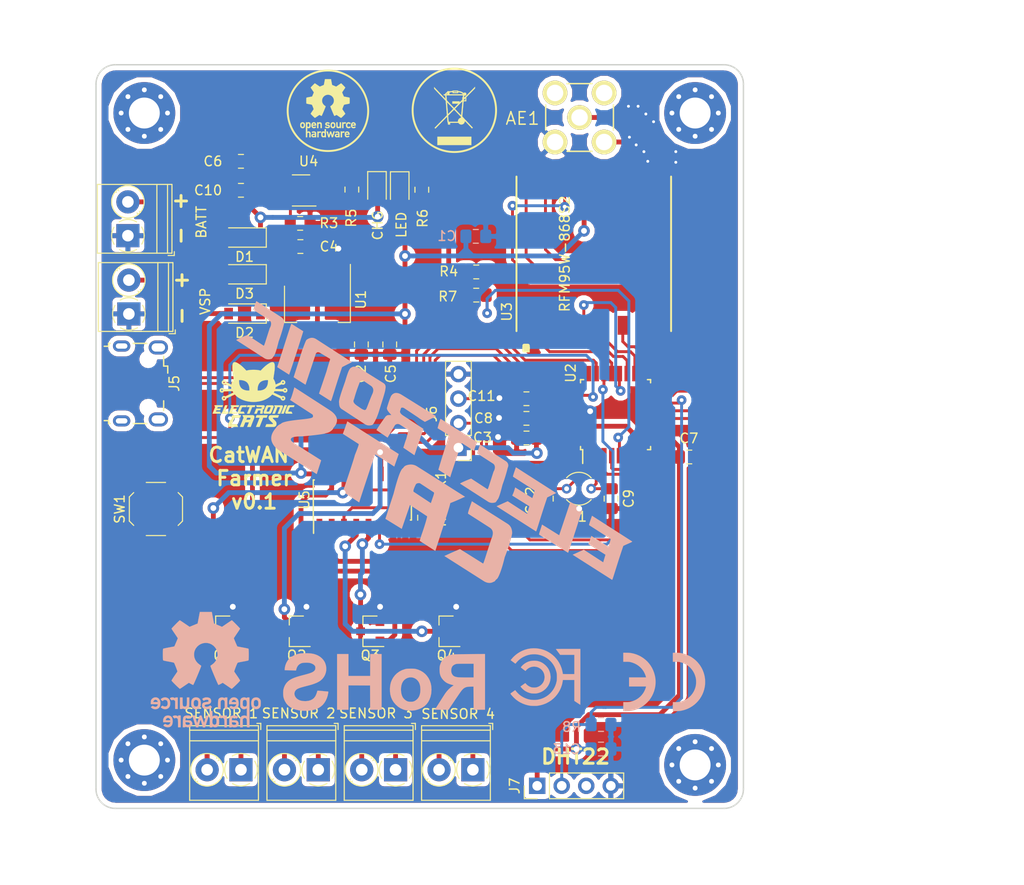
<source format=kicad_pcb>
(kicad_pcb (version 20171130) (host pcbnew "(5.0.1-3-g963ef8bb5)")
  (title_block (title "CatWAN Farmer") (date 2019-02-19) (rev 0.1) (company "Electronic Cats") (comment 1 "Montserrat Figueroa") (comment 2 "Rocio Rosales"))
  (layers (0 F.Cu signal) (31 B.Cu signal) (34 B.Paste user) (35 F.Paste user) (36 B.SilkS user) (37 F.SilkS user) (38 B.Mask user) (39 F.Mask user) (44 Edge.Cuts user))
  (net 0 "")
  (net 1 "Net-(AE1-Pad1)")
  (net 2 GND)
  (net 3 +3V3)
  (net 4 VCC)
  (net 5 "Net-(D7-Pad1)")
  (net 6 "Net-(D10-Pad1)")
  (net 7 "Net-(J1-Pad2)")
  (net 8 "Net-(J1-Pad1)")
  (net 9 "Net-(J2-Pad1)")
  (net 10 "Net-(J2-Pad2)")
  (net 11 "Net-(J3-Pad2)")
  (net 12 "Net-(J3-Pad1)")
  (net 13 /D-)
  (net 14 /D+)
  (net 15 /SWDIO)
  (net 16 /DHT_DAT)
  (net 17 "Net-(J9-Pad1)")
  (net 18 "Net-(J9-Pad2)")
  (net 19 /SENS_X)
  (net 20 /SENS_Y)
  (net 21 "Net-(R3-Pad2)")
  (net 22 "Net-(R5-Pad1)")
  (net 23 "Net-(SW1-Pad2)")
  (net 24 /DIO0)
  (net 25 /S0)
  (net 26 /S1)
  (net 27 /EN)
  (net 28 /DIO5)
  (net 29 /RFM_RST)
  (net 30 /SS)
  (net 31 /MOSI)
  (net 32 /SCK)
  (net 33 /MIS0)
  (net 34 /DIO1)
  (net 35 /DIO2)
  (net 36 /SWCLK)
  (net 37 "Net-(U3-Pad11)")
  (net 38 "Net-(U3-Pad12)")
  (net 39 /BAT)
  (net 40 "Net-(C11-Pad2)")
  (net 41 "Net-(D2-Pad2)")
  (net 42 +5V)
  (net 43 /Y1)
  (net 44 /Y2)
  (net 45 /ADC_BAT)
  (net 46 "Net-(U2-Pad6)")
  (net 47 "Net-(U2-Pad7)")
  (net 48 "Net-(U2-Pad8)")
  (net 49 "Net-(J7-Pad3)")
  (net 50 "Net-(U2-Pad11)")
  (module MountingHole:MountingHole_3.2mm_M3_Pad_Via (layer F.Cu) (at 112 36)
    (fp_text reference REF**)
    (fp_text value MountingHole_3.2mm_M3_Pad_Via)
    (pad 1 thru_hole circle (at 1.697056 -1.697056) (size 0.8 0.8) (drill 0.5) (layers *.Cu *.Mask))
    (pad 1 thru_hole circle (at 0 -2.4) (size 0.8 0.8) (drill 0.5) (layers *.Cu *.Mask))
    (pad 1 thru_hole circle (at -1.697056 -1.697056) (size 0.8 0.8) (drill 0.5) (layers *.Cu *.Mask))
    (pad 1 thru_hole circle (at -2.4 0) (size 0.8 0.8) (drill 0.5) (layers *.Cu *.Mask))
    (pad 1 thru_hole circle (at -1.697056 1.697056) (size 0.8 0.8) (drill 0.5) (layers *.Cu *.Mask))
    (pad 1 thru_hole circle (at 0 2.4) (size 0.8 0.8) (drill 0.5) (layers *.Cu *.Mask))
    (pad 1 thru_hole circle (at 1.697056 1.697056) (size 0.8 0.8) (drill 0.5) (layers *.Cu *.Mask))
    (pad 1 thru_hole circle (at 2.4 0) (size 0.8 0.8) (drill 0.5) (layers *.Cu *.Mask))
    (pad 1 thru_hole circle (at 0 0) (size 6.4 6.4) (drill 3.2) (layers *.Cu *.Mask))
  )
  (module MountingHole:MountingHole_3.2mm_M3_Pad_Via (layer F.Cu) (at 112 103)
    (fp_text reference REF**)
    (fp_text value MountingHole_3.2mm_M3_Pad_Via)
    (pad 1 thru_hole circle (at 0 0) (size 6.4 6.4) (drill 3.2) (layers *.Cu *.Mask))
    (pad 1 thru_hole circle (at 2.4 0) (size 0.8 0.8) (drill 0.5) (layers *.Cu *.Mask))
    (pad 1 thru_hole circle (at 1.697056 1.697056) (size 0.8 0.8) (drill 0.5) (layers *.Cu *.Mask))
    (pad 1 thru_hole circle (at 0 2.4) (size 0.8 0.8) (drill 0.5) (layers *.Cu *.Mask))
    (pad 1 thru_hole circle (at -1.697056 1.697056) (size 0.8 0.8) (drill 0.5) (layers *.Cu *.Mask))
    (pad 1 thru_hole circle (at -2.4 0) (size 0.8 0.8) (drill 0.5) (layers *.Cu *.Mask))
    (pad 1 thru_hole circle (at -1.697056 -1.697056) (size 0.8 0.8) (drill 0.5) (layers *.Cu *.Mask))
    (pad 1 thru_hole circle (at 0 -2.4) (size 0.8 0.8) (drill 0.5) (layers *.Cu *.Mask))
    (pad 1 thru_hole circle (at 1.697056 -1.697056) (size 0.8 0.8) (drill 0.5) (layers *.Cu *.Mask))
  )
  (module MountingHole:MountingHole_3.2mm_M3_Pad_Via (layer F.Cu) (at 169 36)
    (fp_text reference REF**)
    (fp_text value MountingHole_3.2mm_M3_Pad_Via)
    (pad 1 thru_hole circle (at 0 0) (size 6.4 6.4) (drill 3.2) (layers *.Cu *.Mask))
    (pad 1 thru_hole circle (at 2.4 0) (size 0.8 0.8) (drill 0.5) (layers *.Cu *.Mask))
    (pad 1 thru_hole circle (at 1.697056 1.697056) (size 0.8 0.8) (drill 0.5) (layers *.Cu *.Mask))
    (pad 1 thru_hole circle (at 0 2.4) (size 0.8 0.8) (drill 0.5) (layers *.Cu *.Mask))
    (pad 1 thru_hole circle (at -1.697056 1.697056) (size 0.8 0.8) (drill 0.5) (layers *.Cu *.Mask))
    (pad 1 thru_hole circle (at -2.4 0) (size 0.8 0.8) (drill 0.5) (layers *.Cu *.Mask))
    (pad 1 thru_hole circle (at -1.697056 -1.697056) (size 0.8 0.8) (drill 0.5) (layers *.Cu *.Mask))
    (pad 1 thru_hole circle (at 0 -2.4) (size 0.8 0.8) (drill 0.5) (layers *.Cu *.Mask))
    (pad 1 thru_hole circle (at 1.697056 -1.697056) (size 0.8 0.8) (drill 0.5) (layers *.Cu *.Mask))
  )
  (module TerminalBlock_Phoenix:TerminalBlock_Phoenix_PT-1,5-2-3.5-H_1x02_P3.50mm_Horizontal (layer F.Cu) (at 110.3 48.7 90)
    (fp_text reference J4)
    (fp_text value BATT (at 1.4 7.6 90) (layer F.SilkS))
    (pad 1 thru_hole rect (at 0 0 90) (size 2.4 2.4) (drill 1.2) (layers *.Cu *.Mask) (net 2 GND))
    (pad 2 thru_hole circle (at 3.5 0 90) (size 2.4 2.4) (drill 1.2) (layers *.Cu *.Mask) (net 39 /BAT))
  )
  (module LED_SMD:LED_0805_2012Metric_Pad1.15x1.40mm_HandSolder (layer F.Cu) (at 136.075 43.925 270)
    (fp_text reference D7)
    (fp_text value CHG (at 3.725 -0.075 270) (layer F.SilkS))
    (pad 1 smd roundrect (at -1.025 0 270) (size 1.15 1.4) (layers F.Cu F.Paste F.Mask) (roundrect_rratio 0.217391) (net 5 "Net-(D7-Pad1)"))
    (pad 2 smd roundrect (at 1.025 0 270) (size 1.15 1.4) (layers F.Cu F.Paste F.Mask) (roundrect_rratio 0.217391) (net 4 VCC))
  )
  (module Resistor_SMD:R_0805_2012Metric_Pad1.15x1.40mm_HandSolder (layer F.Cu) (at 133.475 43.925 90)
    (fp_text reference R5 (at -2.946 -0.064 270) (layer F.SilkS))
    (fp_text value 1K)
    (pad 1 smd roundrect (at -1.025 0 90) (size 1.15 1.4) (layers F.Cu F.Paste F.Mask) (roundrect_rratio 0.217391) (net 22 "Net-(R5-Pad1)"))
    (pad 2 smd roundrect (at 1.025 0 90) (size 1.15 1.4) (layers F.Cu F.Paste F.Mask) (roundrect_rratio 0.217391) (net 5 "Net-(D7-Pad1)"))
  )
  (module Rf:RFM95W (layer F.Cu) (at 158.512 50.58 90)
    (fp_text reference U3 (at -6 -9 90) (layer F.SilkS))
    (fp_text value RFM95W-868S2 (at 0 -3 90) (layer F.SilkS))
    (pad 1 smd rect (at -7.4 -7 90) (size 1.95 1.05) (layers F.Cu F.Paste F.Mask) (net 2 GND))
    (pad 2 smd rect (at -7.4 -5 90) (size 1.95 1.05) (layers F.Cu F.Paste F.Mask) (net 33 /MIS0))
    (pad 3 smd rect (at -7.4 -3 90) (size 1.95 1.05) (layers F.Cu F.Paste F.Mask) (net 31 /MOSI))
    (pad 4 smd rect (at -7.4 -1 90) (size 1.95 1.05) (layers F.Cu F.Paste F.Mask) (net 32 /SCK))
    (pad 5 smd rect (at -7.4 1 90) (size 1.95 1.05) (layers F.Cu F.Paste F.Mask) (net 30 /SS))
    (pad 6 smd rect (at -7.4 3 90) (size 1.95 1.05) (layers F.Cu F.Paste F.Mask) (net 29 /RFM_RST))
    (pad 7 smd rect (at -7.4 5 90) (size 1.95 1.05) (layers F.Cu F.Paste F.Mask) (net 28 /DIO5))
    (pad 8 smd rect (at -7.4 7 90) (size 1.95 1.05) (layers F.Cu F.Paste F.Mask) (net 2 GND))
    (pad 9 smd rect (at 7.4 7 270) (size 1.95 1.05) (layers F.Cu F.Paste F.Mask) (net 1 "Net-(AE1-Pad1)"))
    (pad 10 smd rect (at 7.4 5 270) (size 1.95 1.05) (layers F.Cu F.Paste F.Mask) (net 2 GND))
    (pad 11 smd rect (at 7.4 3 270) (size 1.95 1.05) (layers F.Cu F.Paste F.Mask) (net 37 "Net-(U3-Pad11)"))
    (pad 12 smd rect (at 7.4 1 270) (size 1.95 1.05) (layers F.Cu F.Paste F.Mask) (net 38 "Net-(U3-Pad12)"))
    (pad 13 smd rect (at 7.4 -1 270) (size 1.95 1.05) (layers F.Cu F.Paste F.Mask) (net 3 +3V3))
    (pad 14 smd rect (at 7.4 -3 270) (size 1.95 1.05) (layers F.Cu F.Paste F.Mask) (net 24 /DIO0))
    (pad 15 smd rect (at 7.4 -5 270) (size 1.95 1.05) (layers F.Cu F.Paste F.Mask) (net 34 /DIO1))
    (pad 16 smd rect (at 7.4 -7 270) (size 1.95 1.05) (layers F.Cu F.Paste F.Mask) (net 35 /DIO2))
  )
  (module Capacitor_SMD:C_0805_2012Metric_Pad1.15x1.40mm_HandSolder (layer F.Cu) (at 128.15 49.825)
    (fp_text reference C4 (at 2.975 0) (layer F.SilkS))
    (fp_text value 10uf)
    (pad 1 smd roundrect (at -1.025 0) (size 1.15 1.4) (layers F.Cu F.Paste F.Mask) (roundrect_rratio 0.217391) (net 4 VCC))
    (pad 2 smd roundrect (at 1.025 0) (size 1.15 1.4) (layers F.Cu F.Paste F.Mask) (roundrect_rratio 0.217391) (net 2 GND))
  )
  (module TerminalBlock_Phoenix:TerminalBlock_Phoenix_PT-1,5-2-3.5-H_1x02_P3.50mm_Horizontal (layer F.Cu) (at 130 104 180)
    (fp_text reference J2)
    (fp_text value "SENSOR 2" (at 2.032 5.842 180) (layer F.SilkS))
    (pad 1 thru_hole rect (at 0 0 180) (size 2.4 2.4) (drill 1.2) (layers *.Cu *.Mask) (net 9 "Net-(J2-Pad1)"))
    (pad 2 thru_hole circle (at 3.5 0 180) (size 2.4 2.4) (drill 1.2) (layers *.Cu *.Mask) (net 10 "Net-(J2-Pad2)"))
  )
  (module Connector_PinHeader_2.54mm:PinHeader_1x04_P2.54mm_Vertical (layer F.Cu) (at 144.505 70.655 180)
    (fp_text reference J6 (at 2.75 3.5 -90) (layer F.SilkS))
    (fp_text value Conn_01x04)
    (pad 1 thru_hole rect (at 0 0 180) (size 1.7 1.7) (drill 1) (layers *.Cu *.Mask) (net 3 +3V3))
    (pad 2 thru_hole oval (at 0 2.54 180) (size 1.7 1.7) (drill 1) (layers *.Cu *.Mask) (net 15 /SWDIO))
    (pad 3 thru_hole oval (at 0 5.08 180) (size 1.7 1.7) (drill 1) (layers *.Cu *.Mask) (net 36 /SWCLK))
    (pad 4 thru_hole oval (at 0 7.62 180) (size 1.7 1.7) (drill 1) (layers *.Cu *.Mask) (net 2 GND))
  )
  (module Package_SO:SOIC-16_3.9x9.9mm_P1.27mm (layer F.Cu) (at 134.563 76.067 90)
    (fp_text reference U5 (at 0 -6 90) (layer F.SilkS))
    (fp_text value 74HC4052)
    (pad 1 smd rect (at -2.7 -4.445 90) (size 1.5 0.6) (layers F.Cu F.Paste F.Mask) (net 12 "Net-(J3-Pad1)"))
    (pad 2 smd rect (at -2.7 -3.175 90) (size 1.5 0.6) (layers F.Cu F.Paste F.Mask) (net 17 "Net-(J9-Pad1)"))
    (pad 3 smd rect (at -2.7 -1.905 90) (size 1.5 0.6) (layers F.Cu F.Paste F.Mask) (net 20 /SENS_Y))
    (pad 4 smd rect (at -2.7 -0.635 90) (size 1.5 0.6) (layers F.Cu F.Paste F.Mask) (net 18 "Net-(J9-Pad2)"))
    (pad 5 smd rect (at -2.7 0.635 90) (size 1.5 0.6) (layers F.Cu F.Paste F.Mask) (net 11 "Net-(J3-Pad2)"))
    (pad 6 smd rect (at -2.7 1.905 90) (size 1.5 0.6) (layers F.Cu F.Paste F.Mask) (net 27 /EN))
    (pad 7 smd rect (at -2.7 3.175 90) (size 1.5 0.6) (layers F.Cu F.Paste F.Mask) (net 2 GND))
    (pad 8 smd rect (at -2.7 4.445 90) (size 1.5 0.6) (layers F.Cu F.Paste F.Mask) (net 2 GND))
    (pad 9 smd rect (at 2.7 4.445 90) (size 1.5 0.6) (layers F.Cu F.Paste F.Mask) (net 26 /S1))
    (pad 10 smd rect (at 2.7 3.175 90) (size 1.5 0.6) (layers F.Cu F.Paste F.Mask) (net 25 /S0))
    (pad 11 smd rect (at 2.7 1.905 90) (size 1.5 0.6) (layers F.Cu F.Paste F.Mask) (net 10 "Net-(J2-Pad2)"))
    (pad 12 smd rect (at 2.7 0.635 90) (size 1.5 0.6) (layers F.Cu F.Paste F.Mask) (net 8 "Net-(J1-Pad1)"))
    (pad 13 smd rect (at 2.7 -0.635 90) (size 1.5 0.6) (layers F.Cu F.Paste F.Mask) (net 19 /SENS_X))
    (pad 14 smd rect (at 2.7 -1.905 90) (size 1.5 0.6) (layers F.Cu F.Paste F.Mask) (net 7 "Net-(J1-Pad2)"))
    (pad 15 smd rect (at 2.7 -3.175 90) (size 1.5 0.6) (layers F.Cu F.Paste F.Mask) (net 9 "Net-(J2-Pad1)"))
    (pad 16 smd rect (at 2.7 -4.445 90) (size 1.5 0.6) (layers F.Cu F.Paste F.Mask) (net 3 +3V3))
  )
  (module Rf:AMPHENOL_901-144 (layer F.Cu) (at 157.04 36.46 90)
    (fp_text reference AE1 (at -0.1 -5.9 180) (layer F.SilkS) (effects (font (size 1.3 1.3))))
    (fp_text value Antenna_Shield)
    (pad 1 thru_hole circle (at 0 0 90) (size 2.5527 2.5527) (drill 1.7018) (layers *.Cu *.Mask F.SilkS) (net 1 "Net-(AE1-Pad1)"))
    (pad 2 thru_hole circle (at -2.54 -2.54 90) (size 2.5527 2.5527) (drill 1.7018) (layers *.Cu *.Mask F.SilkS) (net 2 GND))
    (pad E thru_hole circle (at -2.54 2.54 90) (size 2.5527 2.5527) (drill 1.7018) (layers *.Cu *.Mask F.SilkS))
    (pad E thru_hole circle (at 2.54 2.54 90) (size 2.5527 2.5527) (drill 1.7018) (layers *.Cu *.Mask F.SilkS))
    (pad 5 thru_hole circle (at 2.54 -2.54 90) (size 2.5527 2.5527) (drill 1.7018) (layers *.Cu *.Mask F.SilkS))
  )
  (module Capacitor_SMD:C_0805_2012Metric_Pad1.15x1.40mm_HandSolder (layer B.Cu) (at 146.304 48.768)
    (fp_text reference C1 (at -3.004 -0.032) (layer B.SilkS) (effects (justify mirror)))
    (fp_text value 0.1uf)
    (pad 1 smd roundrect (at -1.025 0) (size 1.15 1.4) (layers B.Cu B.Paste B.Mask) (roundrect_rratio 0.217391) (net 3 +3V3))
    (pad 2 smd roundrect (at 1.025 0) (size 1.15 1.4) (layers B.Cu B.Paste B.Mask) (roundrect_rratio 0.217391) (net 2 GND))
  )
  (module Capacitor_SMD:C_0805_2012Metric_Pad1.15x1.40mm_HandSolder (layer F.Cu) (at 134.460857 59.956717 270)
    (fp_text reference C2 (at 3.043283 0.060857 270) (layer F.SilkS))
    (fp_text value 0.1uf)
    (pad 2 smd roundrect (at 1.025 0 270) (size 1.15 1.4) (layers F.Cu F.Paste F.Mask) (roundrect_rratio 0.217) (net 2 GND))
    (pad 1 smd roundrect (at -1.025 0 270) (size 1.15 1.4) (layers F.Cu F.Paste F.Mask) (roundrect_rratio 0.217391) (net 3 +3V3))
  )
  (module Capacitor_SMD:C_0805_2012Metric_Pad1.15x1.40mm_HandSolder (layer F.Cu) (at 151.550207 69.646805 180)
    (fp_text reference C3 (at 4.550207 0.046805 180) (layer F.SilkS))
    (fp_text value 1uf)
    (pad 1 smd roundrect (at -1.025 0 180) (size 1.15 1.4) (layers F.Cu F.Paste F.Mask) (roundrect_rratio 0.217391) (net 3 +3V3))
    (pad 2 smd roundrect (at 1.025 0 180) (size 1.15 1.4) (layers F.Cu F.Paste F.Mask) (roundrect_rratio 0.217391) (net 2 GND))
  )
  (module Capacitor_SMD:C_0805_2012Metric_Pad1.15x1.40mm_HandSolder (layer F.Cu) (at 137.396988 59.959504 270)
    (fp_text reference C5 (at 3.040496 -0.103012 270) (layer F.SilkS))
    (fp_text value 10uf)
    (pad 1 smd roundrect (at -1.025 0 270) (size 1.15 1.4) (layers F.Cu F.Paste F.Mask) (roundrect_rratio 0.217391) (net 3 +3V3))
    (pad 2 smd roundrect (at 1.025 0 270) (size 1.15 1.4) (layers F.Cu F.Paste F.Mask) (roundrect_rratio 0.217391) (net 2 GND))
  )
  (module Capacitor_SMD:C_0805_2012Metric_Pad1.15x1.40mm_HandSolder (layer F.Cu) (at 122 41)
    (fp_text reference C6 (at -2.9 0) (layer F.SilkS))
    (fp_text value 10uf)
    (pad 2 smd roundrect (at 1.025 0) (size 1.15 1.4) (layers F.Cu F.Paste F.Mask) (roundrect_rratio 0.217391) (net 39 /BAT))
    (pad 1 smd roundrect (at -1.025 0) (size 1.15 1.4) (layers F.Cu F.Paste F.Mask) (roundrect_rratio 0.217391) (net 2 GND))
  )
  (module Capacitor_SMD:C_0805_2012Metric_Pad1.15x1.40mm_HandSolder (layer F.Cu) (at 168.393207 71.612805)
    (fp_text reference C7 (at -0.039 -1.924) (layer F.SilkS))
    (fp_text value 0.1uf)
    (pad 2 smd roundrect (at 1.025 0) (size 1.15 1.4) (layers F.Cu F.Paste F.Mask) (roundrect_rratio 0.217391) (net 2 GND))
    (pad 1 smd roundrect (at -1.025 0) (size 1.15 1.4) (layers F.Cu F.Paste F.Mask) (roundrect_rratio 0.217391) (net 3 +3V3))
  )
  (module Capacitor_SMD:C_0805_2012Metric_Pad1.15x1.40mm_HandSolder (layer F.Cu) (at 151.541207 67.614805 180)
    (fp_text reference C8 (at 4.441207 0.014805 180) (layer F.SilkS))
    (fp_text value 0.1uf)
    (pad 2 smd roundrect (at 1.025 0 180) (size 1.15 1.4) (layers F.Cu F.Paste F.Mask) (roundrect_rratio 0.217391) (net 2 GND))
    (pad 1 smd roundrect (at -1.025 0 180) (size 1.15 1.4) (layers F.Cu F.Paste F.Mask) (roundrect_rratio 0.217391) (net 3 +3V3))
  )
  (module Capacitor_SMD:C_0805_2012Metric_Pad1.15x1.40mm_HandSolder (layer F.Cu) (at 160.3 75.925 270)
    (fp_text reference C9 (at 0 -1.825 270) (layer F.SilkS))
    (fp_text value 0.1uF)
    (pad 2 smd roundrect (at 1.025 0 270) (size 1.15 1.4) (layers F.Cu F.Paste F.Mask) (roundrect_rratio 0.217391) (net 2 GND))
    (pad 1 smd roundrect (at -1.025 0 270) (size 1.15 1.4) (layers F.Cu F.Paste F.Mask) (roundrect_rratio 0.217391) (net 43 /Y1))
  )
  (module Capacitor_SMD:C_0805_2012Metric_Pad1.15x1.40mm_HandSolder (layer F.Cu) (at 122 44 180)
    (fp_text reference C10 (at 3.4 0 180) (layer F.SilkS))
    (fp_text value 10uF)
    (pad 1 smd roundrect (at -1.025 0 180) (size 1.15 1.4) (layers F.Cu F.Paste F.Mask) (roundrect_rratio 0.217391) (net 4 VCC))
    (pad 2 smd roundrect (at 1.025 0 180) (size 1.15 1.4) (layers F.Cu F.Paste F.Mask) (roundrect_rratio 0.217391) (net 2 GND))
  )
  (module LED_SMD:LED_0805_2012Metric_Pad1.15x1.40mm_HandSolder (layer F.Cu) (at 138.43 43.942 270)
    (fp_text reference D10)
    (fp_text value LED (at 3.633 -0.17 270) (layer F.SilkS))
    (pad 2 smd roundrect (at 1.025 0 270) (size 1.15 1.4) (layers F.Cu F.Paste F.Mask) (roundrect_rratio 0.217391) (net 3 +3V3))
    (pad 1 smd roundrect (at -1.025 0 270) (size 1.15 1.4) (layers F.Cu F.Paste F.Mask) (roundrect_rratio 0.217391) (net 6 "Net-(D10-Pad1)"))
  )
  (module TerminalBlock_Phoenix:TerminalBlock_Phoenix_PT-1,5-2-3.5-H_1x02_P3.50mm_Horizontal (layer F.Cu) (at 122 104 180)
    (fp_text reference J1)
    (fp_text value "SENSOR 1" (at 2.032 5.842 180) (layer F.SilkS))
    (pad 1 thru_hole rect (at 0 0 180) (size 2.4 2.4) (drill 1.2) (layers *.Cu *.Mask) (net 8 "Net-(J1-Pad1)"))
    (pad 2 thru_hole circle (at 3.5 0 180) (size 2.4 2.4) (drill 1.2) (layers *.Cu *.Mask) (net 7 "Net-(J1-Pad2)"))
  )
  (module TerminalBlock_Phoenix:TerminalBlock_Phoenix_PT-1,5-2-3.5-H_1x02_P3.50mm_Horizontal (layer F.Cu) (at 138 104 180)
    (fp_text reference J3)
    (fp_text value "SENSOR 3" (at 2.032 5.842 180) (layer F.SilkS))
    (pad 2 thru_hole circle (at 3.5 0 180) (size 2.4 2.4) (drill 1.2) (layers *.Cu *.Mask) (net 11 "Net-(J3-Pad2)"))
    (pad 1 thru_hole rect (at 0 0 180) (size 2.4 2.4) (drill 1.2) (layers *.Cu *.Mask) (net 12 "Net-(J3-Pad1)"))
  )
  (module Connector_USB:USB_Micro-B_Wuerth_629105150521 (layer F.Cu) (at 111.6 64 270)
    (fp_text reference J5 (at 0 -3.5 270) (layer F.SilkS))
    (fp_text value USB_B)
    (pad 1 smd rect (at -1.3 -1.9 270) (size 0.45 1.3) (layers F.Cu F.Paste F.Mask) (net 41 "Net-(D2-Pad2)"))
    (pad 2 smd rect (at -0.65 -1.9 270) (size 0.45 1.3) (layers F.Cu F.Paste F.Mask) (net 13 /D-))
    (pad 3 smd rect (at 0 -1.9 270) (size 0.45 1.3) (layers F.Cu F.Paste F.Mask) (net 14 /D+))
    (pad 4 smd rect (at 0.65 -1.9 270) (size 0.45 1.3) (layers F.Cu F.Paste F.Mask) (net 2 GND))
    (pad 5 smd rect (at 1.3 -1.9 270) (size 0.45 1.3) (layers F.Cu F.Paste F.Mask) (net 2 GND))
    (pad 6 thru_hole oval (at -3.725 -1.85 270) (size 1.45 2) (drill oval 0.85 1.4) (layers *.Cu *.Mask))
    (pad 6 thru_hole oval (at 3.725 -1.85 270) (size 1.45 2) (drill oval 0.85 1.4) (layers *.Cu *.Mask))
    (pad 6 thru_hole oval (at -3.875 1.95 270) (size 1.15 1.8) (drill oval 0.55 1.2) (layers *.Cu *.Mask))
    (pad 6 thru_hole oval (at 3.875 1.95 270) (size 1.15 1.8) (drill oval 0.55 1.2) (layers *.Cu *.Mask))
    (pad "" np_thru_hole oval (at -2.5 -0.8 270) (size 0.8 0.8) (drill 0.8) (layers *.Cu *.Mask))
    (pad "" np_thru_hole oval (at 2.5 -0.8 270) (size 0.8 0.8) (drill 0.8) (layers *.Cu *.Mask))
  )
  (module TerminalBlock_Phoenix:TerminalBlock_Phoenix_PT-1,5-2-3.5-H_1x02_P3.50mm_Horizontal (layer F.Cu) (at 146 104 180)
    (fp_text reference J9)
    (fp_text value "SENSOR 4" (at 1.525 5.775 180) (layer F.SilkS))
    (pad 1 thru_hole rect (at 0 0 180) (size 2.4 2.4) (drill 1.2) (layers *.Cu *.Mask) (net 17 "Net-(J9-Pad1)"))
    (pad 2 thru_hole circle (at 3.5 0 180) (size 2.4 2.4) (drill 1.2) (layers *.Cu *.Mask) (net 18 "Net-(J9-Pad2)"))
  )
  (module TerminalBlock_Phoenix:TerminalBlock_Phoenix_PT-1,5-2-3.5-H_1x02_P3.50mm_Horizontal (layer F.Cu) (at 110.4 56.8 90)
    (fp_text reference J10)
    (fp_text value VSP (at 1.3 7.9 270) (layer F.SilkS))
    (pad 2 thru_hole circle (at 3.5 0 90) (size 2.4 2.4) (drill 1.2) (layers *.Cu *.Mask) (net 42 +5V))
    (pad 1 thru_hole rect (at 0 0 90) (size 2.4 2.4) (drill 1.2) (layers *.Cu *.Mask) (net 2 GND))
  )
  (module Resistor_SMD:R_0805_2012Metric_Pad1.15x1.40mm_HandSolder (layer F.Cu) (at 141 74 90)
    (fp_text reference R1 (at 0 1.7 90) (layer F.SilkS))
    (fp_text value 4K7)
    (pad 1 smd roundrect (at -1.025 0 90) (size 1.15 1.4) (layers F.Cu F.Paste F.Mask) (roundrect_rratio 0.217391) (net 19 /SENS_X))
    (pad 2 smd roundrect (at 1.025 0 90) (size 1.15 1.4) (layers F.Cu F.Paste F.Mask) (roundrect_rratio 0.217391) (net 2 GND))
  )
  (module Resistor_SMD:R_0805_2012Metric_Pad1.15x1.40mm_HandSolder (layer F.Cu) (at 141 77.9 270)
    (fp_text reference R2 (at 0 -1.7 90) (layer F.SilkS))
    (fp_text value 4K7)
    (pad 2 smd roundrect (at 1.025 0 270) (size 1.15 1.4) (layers F.Cu F.Paste F.Mask) (roundrect_rratio 0.217391) (net 2 GND))
    (pad 1 smd roundrect (at -1.025 0 270) (size 1.15 1.4) (layers F.Cu F.Paste F.Mask) (roundrect_rratio 0.217391) (net 20 /SENS_Y))
  )
  (module Package_TO_SOT_SMD:SOT-23-5 (layer F.Cu) (at 128.215837 44.015 180)
    (fp_text reference U4 (at -0.784163 3.015) (layer F.SilkS))
    (fp_text value MCP73831-4-OT)
    (pad 1 smd rect (at -1.1 -0.95 180) (size 1.06 0.65) (layers F.Cu F.Paste F.Mask) (net 22 "Net-(R5-Pad1)"))
    (pad 2 smd rect (at -1.1 0 180) (size 1.06 0.65) (layers F.Cu F.Paste F.Mask) (net 2 GND))
    (pad 3 smd rect (at -1.1 0.95 180) (size 1.06 0.65) (layers F.Cu F.Paste F.Mask) (net 39 /BAT))
    (pad 4 smd rect (at 1.1 0.95 180) (size 1.06 0.65) (layers F.Cu F.Paste F.Mask) (net 4 VCC))
    (pad 5 smd rect (at 1.1 -0.95 180) (size 1.06 0.65) (layers F.Cu F.Paste F.Mask) (net 21 "Net-(R3-Pad2)"))
  )
  (module Resistor_SMD:R_0805_2012Metric_Pad1.15x1.40mm_HandSolder (layer F.Cu) (at 128.125 47.425 180)
    (fp_text reference R3 (at -2.975 0.025 180) (layer F.SilkS))
    (fp_text value 10K)
    (pad 1 smd roundrect (at -1.025 0 180) (size 1.15 1.4) (layers F.Cu F.Paste F.Mask) (roundrect_rratio 0.217391) (net 2 GND))
    (pad 2 smd roundrect (at 1.025 0 180) (size 1.15 1.4) (layers F.Cu F.Paste F.Mask) (roundrect_rratio 0.217391) (net 21 "Net-(R3-Pad2)"))
  )
  (module Resistor_SMD:R_0805_2012Metric_Pad1.15x1.40mm_HandSolder (layer F.Cu) (at 140.716 43.942 270)
    (fp_text reference R6 (at 2.958 -0.084 270) (layer F.SilkS))
    (fp_text value 1K)
    (pad 2 smd roundrect (at 1.025 0 270) (size 1.15 1.4) (layers F.Cu F.Paste F.Mask) (roundrect_rratio 0.217391) (net 2 GND))
    (pad 1 smd roundrect (at -1.025 0 270) (size 1.15 1.4) (layers F.Cu F.Paste F.Mask) (roundrect_rratio 0.217391) (net 6 "Net-(D10-Pad1)"))
  )
  (module Package_TO_SOT_SMD:SOT-223-3_TabPin2 (layer F.Cu) (at 129.915 55.775 270)
    (fp_text reference U1 (at -0.455 -4.5 270) (layer F.SilkS))
    (fp_text value AP2114N-1.0)
    (pad 2 smd rect (at 3.15 0 270) (size 2 3.8) (layers F.Cu F.Paste F.Mask) (net 3 +3V3))
    (pad 2 smd rect (at -3.15 0 270) (size 2 1.5) (layers F.Cu F.Paste F.Mask) (net 3 +3V3))
    (pad 3 smd rect (at -3.15 2.3 270) (size 2 1.5) (layers F.Cu F.Paste F.Mask) (net 4 VCC))
    (pad 1 smd rect (at -3.15 -2.3 270) (size 2 1.5) (layers F.Cu F.Paste F.Mask) (net 2 GND))
  )
  (module Capacitor_SMD:C_0805_2012Metric_Pad1.15x1.40mm_HandSolder (layer F.Cu) (at 151.541207 65.582805)
    (fp_text reference C11 (at -4.641207 -0.282805) (layer F.SilkS))
    (fp_text value 1uF)
    (pad 1 smd roundrect (at -1.025 0) (size 1.15 1.4) (layers F.Cu F.Paste F.Mask) (roundrect_rratio 0.217391) (net 2 GND))
    (pad 2 smd roundrect (at 1.025 0) (size 1.15 1.4) (layers F.Cu F.Paste F.Mask) (roundrect_rratio 0.217391) (net 40 "Net-(C11-Pad2)"))
  )
  (module Diode_SMD:D_SOD-123 (layer F.Cu) (at 122.371 48.889 180)
    (fp_text reference D1 (at 0 -2 180) (layer F.SilkS))
    (fp_text value D_Schottky)
    (pad 2 smd rect (at 1.65 0 180) (size 0.9 1.2) (layers F.Cu F.Paste F.Mask) (net 39 /BAT))
    (pad 1 smd rect (at -1.65 0 180) (size 0.9 1.2) (layers F.Cu F.Paste F.Mask) (net 4 VCC))
  )
  (module Diode_SMD:D_SOD-123 (layer F.Cu) (at 122.371 56.763 180)
    (fp_text reference D2 (at 0 -2 180) (layer F.SilkS))
    (fp_text value D_Schottky)
    (pad 1 smd rect (at -1.65 0 180) (size 0.9 1.2) (layers F.Cu F.Paste F.Mask) (net 4 VCC))
    (pad 2 smd rect (at 1.65 0 180) (size 0.9 1.2) (layers F.Cu F.Paste F.Mask) (net 41 "Net-(D2-Pad2)"))
  )
  (module Diode_SMD:D_SOD-123 (layer F.Cu) (at 122.371 52.699 180)
    (fp_text reference D3 (at 0 -2 180) (layer F.SilkS))
    (fp_text value D_Schottky)
    (pad 1 smd rect (at -1.65 0 180) (size 0.9 1.2) (layers F.Cu F.Paste F.Mask) (net 4 VCC))
    (pad 2 smd rect (at 1.65 0 180) (size 0.9 1.2) (layers F.Cu F.Paste F.Mask) (net 42 +5V))
  )
  (module Package_QFP:TQFP-32_7x7mm_P0.8mm (layer F.Cu) (at 160.764207 67.231071 90)
    (fp_text reference U2 (at 4.312 -4.64 90) (layer F.SilkS))
    (fp_text value ATSAMD21E18A-MU)
    (pad 1 smd rect (at -4.25 -2.8 90) (size 1.6 0.55) (layers F.Cu F.Paste F.Mask) (net 44 /Y2))
    (pad 2 smd rect (at -4.25 -2 90) (size 1.6 0.55) (layers F.Cu F.Paste F.Mask) (net 43 /Y1))
    (pad 3 smd rect (at -4.25 -1.2 90) (size 1.6 0.55) (layers F.Cu F.Paste F.Mask) (net 19 /SENS_X))
    (pad 4 smd rect (at -4.25 -0.4 90) (size 1.6 0.55) (layers F.Cu F.Paste F.Mask) (net 20 /SENS_Y))
    (pad 5 smd rect (at -4.25 0.4 90) (size 1.6 0.55) (layers F.Cu F.Paste F.Mask) (net 45 /ADC_BAT))
    (pad 6 smd rect (at -4.25 1.2 90) (size 1.6 0.55) (layers F.Cu F.Paste F.Mask) (net 46 "Net-(U2-Pad6)"))
    (pad 7 smd rect (at -4.25 2 90) (size 1.6 0.55) (layers F.Cu F.Paste F.Mask) (net 47 "Net-(U2-Pad7)"))
    (pad 8 smd rect (at -4.25 2.8 90) (size 1.6 0.55) (layers F.Cu F.Paste F.Mask) (net 48 "Net-(U2-Pad8)"))
    (pad 9 smd rect (at -2.8 4.25 180) (size 1.6 0.55) (layers F.Cu F.Paste F.Mask) (net 3 +3V3))
    (pad 10 smd rect (at -2 4.25 180) (size 1.6 0.55) (layers F.Cu F.Paste F.Mask) (net 2 GND))
    (pad 11 smd rect (at -1.2 4.25 180) (size 1.6 0.55) (layers F.Cu F.Paste F.Mask) (net 50 "Net-(U2-Pad11)"))
    (pad 12 smd rect (at -0.4 4.25 180) (size 1.6 0.55) (layers F.Cu F.Paste F.Mask) (net 34 /DIO1))
    (pad 13 smd rect (at 0.4 4.25 180) (size 1.6 0.55) (layers F.Cu F.Paste F.Mask) (net 35 /DIO2))
    (pad 14 smd rect (at 1.2 4.25 180) (size 1.6 0.55) (layers F.Cu F.Paste F.Mask) (net 16 /DHT_DAT))
    (pad 15 smd rect (at 2 4.25 180) (size 1.6 0.55) (layers F.Cu F.Paste F.Mask) (net 24 /DIO0))
    (pad 16 smd rect (at 2.8 4.25 180) (size 1.6 0.55) (layers F.Cu F.Paste F.Mask) (net 28 /DIO5))
    (pad 17 smd rect (at 4.25 2.8 90) (size 1.6 0.55) (layers F.Cu F.Paste F.Mask) (net 29 /RFM_RST))
    (pad 18 smd rect (at 4.25 2 90) (size 1.6 0.55) (layers F.Cu F.Paste F.Mask) (net 30 /SS))
    (pad 19 smd rect (at 4.25 1.2 90) (size 1.6 0.55) (layers F.Cu F.Paste F.Mask) (net 31 /MOSI))
    (pad 20 smd rect (at 4.25 0.4 90) (size 1.6 0.55) (layers F.Cu F.Paste F.Mask) (net 32 /SCK))
    (pad 21 smd rect (at 4.25 -0.4 90) (size 1.6 0.55) (layers F.Cu F.Paste F.Mask) (net 33 /MIS0))
    (pad 22 smd rect (at 4.25 -1.2 90) (size 1.6 0.55) (layers F.Cu F.Paste F.Mask) (net 27 /EN))
    (pad 23 smd rect (at 4.25 -2 90) (size 1.6 0.55) (layers F.Cu F.Paste F.Mask) (net 13 /D-))
    (pad 24 smd rect (at 4.25 -2.8 90) (size 1.6 0.55) (layers F.Cu F.Paste F.Mask) (net 14 /D+))
    (pad 25 smd rect (at 2.8 -4.25 180) (size 1.6 0.55) (layers F.Cu F.Paste F.Mask) (net 25 /S0))
    (pad 26 smd rect (at 2 -4.25 180) (size 1.6 0.55) (layers F.Cu F.Paste F.Mask) (net 23 "Net-(SW1-Pad2)"))
    (pad 27 smd rect (at 1.2 -4.25 180) (size 1.6 0.55) (layers F.Cu F.Paste F.Mask) (net 26 /S1))
    (pad 28 smd rect (at 0.4 -4.25 180) (size 1.6 0.55) (layers F.Cu F.Paste F.Mask) (net 2 GND))
    (pad 29 smd rect (at -0.4 -4.25 180) (size 1.6 0.55) (layers F.Cu F.Paste F.Mask) (net 40 "Net-(C11-Pad2)"))
    (pad 30 smd rect (at -1.2 -4.25 180) (size 1.6 0.55) (layers F.Cu F.Paste F.Mask) (net 3 +3V3))
    (pad 31 smd rect (at -2 -4.25 180) (size 1.6 0.55) (layers F.Cu F.Paste F.Mask) (net 36 /SWCLK))
    (pad 32 smd rect (at -2.8 -4.25 180) (size 1.6 0.55) (layers F.Cu F.Paste F.Mask) (net 15 /SWDIO))
  )
  (module Aesthetics:electronic_cats_logo_8x6 (layer F.Cu) (at 123.3 65.15)
    (fp_text reference G*** hide)
    (fp_text value LOGO hide)
  )
  (module Aesthetics:titule_electronic_med (layer B.Cu) (at 142 70.1 180)
    (fp_text reference svg2mod hide)
    (fp_text value electronic hide)
  )
  (module Symbols:CE-Logo_8.5x6mm_SilkScreen (layer B.Cu) (at 165.8 94.9 180)
    (fp_text reference REF*** hide)
    (fp_text value CE-Logo_8.5x6mm_SilkScreen hide)
  )
  (module Symbols:OSHW-Logo_5.7x6mm_SilkScreen (layer F.Cu) (at 131 35.5)
    (fp_text reference REF*** hide)
    (fp_text value OSHW-Logo_5.7x6mm_SilkScreen hide)
  )
  (module Symbols:FCC-Logo_7.3x6mm_SilkScreen (layer B.Cu) (at 153.5 94.4 180)
    (fp_text reference REF*** hide)
    (fp_text value FCC-Logo_7.3x6mm_SilkScreen hide)
  )
  (module Symbols:RoHS-Logo_6mm_SilkScreen (layer B.Cu) (at 136.8 94.9 180)
    (fp_text reference REF*** hide)
    (fp_text value RoHS-Logo_6mm_SilkScreen hide)
  )
  (module Symbols:WEEE-Logo_4.2x6mm_SilkScreen (layer F.Cu) (at 144.1 36.3)
    (fp_text reference REF*** hide)
    (fp_text value WEEE-Logo_4.2x6mm_SilkScreen hide)
  )
  (module Crystals:Crystal_AT310_d3.0mm_l10.0mm_Vertical (layer F.Cu) (at 155.7 74.9)
    (fp_text reference Y1 (at 1.2 2.9 180) (layer F.SilkS))
    (fp_text value 32.768Khz)
    (pad 2 thru_hole circle (at 2.54 0) (size 1 1) (drill 0.5) (layers *.Cu *.Mask) (net 43 /Y1))
    (pad 1 thru_hole circle (at 0 0) (size 1 1) (drill 0.5) (layers *.Cu *.Mask) (net 44 /Y2))
  )
  (module Package_TO_SOT_SMD:SOT-23 (layer F.Cu) (at 120.142 89.662 180)
    (fp_text reference Q1 (at 0 -2.5 180) (layer F.SilkS))
    (fp_text value BSS214NW)
    (pad 3 smd rect (at 1 0 180) (size 0.9 0.8) (layers F.Cu F.Paste F.Mask) (net 7 "Net-(J1-Pad2)"))
    (pad 2 smd rect (at -1 0.95 180) (size 0.9 0.8) (layers F.Cu F.Paste F.Mask) (net 2 GND))
    (pad 1 smd rect (at -1 -0.95 180) (size 0.9 0.8) (layers F.Cu F.Paste F.Mask) (net 8 "Net-(J1-Pad1)"))
  )
  (module Package_TO_SOT_SMD:SOT-23 (layer F.Cu) (at 127.762 89.662 180)
    (fp_text reference Q2 (at 0 -2.5 180) (layer F.SilkS))
    (fp_text value BSS214NW)
    (pad 1 smd rect (at -1 -0.95 180) (size 0.9 0.8) (layers F.Cu F.Paste F.Mask) (net 9 "Net-(J2-Pad1)"))
    (pad 2 smd rect (at -1 0.95 180) (size 0.9 0.8) (layers F.Cu F.Paste F.Mask) (net 2 GND))
    (pad 3 smd rect (at 1 0 180) (size 0.9 0.8) (layers F.Cu F.Paste F.Mask) (net 10 "Net-(J2-Pad2)"))
  )
  (module Package_TO_SOT_SMD:SOT-23 (layer F.Cu) (at 135.382 89.662 180)
    (fp_text reference Q3 (at 0 -2.5 180) (layer F.SilkS))
    (fp_text value BSS214NW)
    (pad 3 smd rect (at 1 0 180) (size 0.9 0.8) (layers F.Cu F.Paste F.Mask) (net 11 "Net-(J3-Pad2)"))
    (pad 2 smd rect (at -1 0.95 180) (size 0.9 0.8) (layers F.Cu F.Paste F.Mask) (net 2 GND))
    (pad 1 smd rect (at -1 -0.95 180) (size 0.9 0.8) (layers F.Cu F.Paste F.Mask) (net 12 "Net-(J3-Pad1)"))
  )
  (module Package_TO_SOT_SMD:SOT-23 (layer F.Cu) (at 143.256 89.662 180)
    (fp_text reference Q4 (at 0 -2.5 180) (layer F.SilkS))
    (fp_text value BSS214NW)
    (pad 1 smd rect (at -1 -0.95 180) (size 0.9 0.8) (layers F.Cu F.Paste F.Mask) (net 17 "Net-(J9-Pad1)"))
    (pad 2 smd rect (at -1 0.95 180) (size 0.9 0.8) (layers F.Cu F.Paste F.Mask) (net 2 GND))
    (pad 3 smd rect (at 1 0 180) (size 0.9 0.8) (layers F.Cu F.Paste F.Mask) (net 18 "Net-(J9-Pad2)"))
  )
  (module Button_Switch_SMD:SW_SPST_TL3342 (layer F.Cu) (at 113.2 77 90)
    (fp_text reference SW1 (at 0 -3.75 90) (layer F.SilkS))
    (fp_text value RST)
    (pad 1 smd rect (at -3.15 -1.9 90) (size 1.7 1) (layers F.Cu F.Paste F.Mask) (net 2 GND))
    (pad 1 smd rect (at 3.15 -1.9 90) (size 1.7 1) (layers F.Cu F.Paste F.Mask) (net 2 GND))
    (pad 2 smd rect (at -3.15 1.9 90) (size 1.7 1) (layers F.Cu F.Paste F.Mask) (net 23 "Net-(SW1-Pad2)"))
    (pad 2 smd rect (at 3.15 1.9 90) (size 1.7 1) (layers F.Cu F.Paste F.Mask) (net 23 "Net-(SW1-Pad2)"))
  )
  (module Capacitor_SMD:C_0805_2012Metric_Pad1.15x1.40mm_HandSolder (layer F.Cu) (at 153.6 75.925 270)
    (fp_text reference C12 (at 0.2 1.6 270) (layer F.SilkS))
    (fp_text value 0.1uF)
    (pad 1 smd roundrect (at -1.025 0 270) (size 1.15 1.4) (layers F.Cu F.Paste F.Mask) (roundrect_rratio 0.217391) (net 44 /Y2))
    (pad 2 smd roundrect (at 1.025 0 270) (size 1.15 1.4) (layers F.Cu F.Paste F.Mask) (roundrect_rratio 0.217391) (net 2 GND))
  )
  (module Resistor_SMD:R_0805_2012Metric_Pad1.15x1.40mm_HandSolder (layer F.Cu) (at 146.347511 52.455496)
    (fp_text reference R4 (at -2.847511 -0.055496) (layer F.SilkS))
    (fp_text value 100K)
    (pad 2 smd roundrect (at 1.025 0) (size 1.15 1.4) (layers F.Cu F.Paste F.Mask) (roundrect_rratio 0.217391) (net 45 /ADC_BAT))
    (pad 1 smd roundrect (at -1.025 0) (size 1.15 1.4) (layers F.Cu F.Paste F.Mask) (roundrect_rratio 0.217391) (net 39 /BAT))
  )
  (module Resistor_SMD:R_0805_2012Metric_Pad1.15x1.40mm_HandSolder (layer F.Cu) (at 146.347511 54.855496 180)
    (fp_text reference R7 (at 2.947511 -0.144504 180) (layer F.SilkS))
    (fp_text value 100K)
    (pad 1 smd roundrect (at -1.025 0 180) (size 1.15 1.4) (layers F.Cu F.Paste F.Mask) (roundrect_rratio 0.217391) (net 45 /ADC_BAT))
    (pad 2 smd roundrect (at 1.025 0 180) (size 1.15 1.4) (layers F.Cu F.Paste F.Mask) (roundrect_rratio 0.217391) (net 2 GND))
  )
  (module Capacitor_SMD:C_0805_2012Metric_Pad1.15x1.40mm_HandSolder (layer B.Cu) (at 159.258 101.854)
    (fp_text reference C13 (at -3.556 0) (layer B.SilkS) (effects (justify mirror)))
    (fp_text value 0.1uf)
    (pad 1 smd roundrect (at -1.025 0) (size 1.15 1.4) (layers B.Cu B.Paste B.Mask) (roundrect_rratio 0.217391) (net 3 +3V3))
    (pad 2 smd roundrect (at 1.025 0) (size 1.15 1.4) (layers B.Cu B.Paste B.Mask) (roundrect_rratio 0.217391) (net 2 GND))
  )
  (module Connector_PinHeader_2.54mm:PinHeader_1x04_P2.54mm_Vertical (layer F.Cu) (at 152.654 105.664 90)
    (fp_text reference J7 (at 0 -2.33 90) (layer F.SilkS))
    (fp_text value DHT22)
    (pad 1 thru_hole rect (at 0 0 90) (size 1.7 1.7) (drill 1) (layers *.Cu *.Mask) (net 3 +3V3))
    (pad 2 thru_hole oval (at 0 2.54 90) (size 1.7 1.7) (drill 1) (layers *.Cu *.Mask) (net 16 /DHT_DAT))
    (pad 3 thru_hole oval (at 0 5.08 90) (size 1.7 1.7) (drill 1) (layers *.Cu *.Mask) (net 49 "Net-(J7-Pad3)"))
    (pad 4 thru_hole oval (at 0 7.62 90) (size 1.7 1.7) (drill 1) (layers *.Cu *.Mask) (net 2 GND))
  )
  (module Resistor_SMD:R_0805_2012Metric_Pad1.15x1.40mm_HandSolder (layer B.Cu) (at 159.258 99.314)
    (fp_text reference R8 (at -3.048 0.254) (layer B.SilkS) (effects (justify mirror)))
    (fp_text value 47K)
    (pad 1 smd roundrect (at -1.025 0) (size 1.15 1.4) (layers B.Cu B.Paste B.Mask) (roundrect_rratio 0.217391) (net 16 /DHT_DAT))
    (pad 2 smd roundrect (at 1.025 0) (size 1.15 1.4) (layers B.Cu B.Paste B.Mask) (roundrect_rratio 0.217391) (net 2 GND))
  )
  (module MountingHole:MountingHole_3.2mm_M3_Pad_Via (layer F.Cu) (at 169 103.5)
    (fp_text reference REF**)
    (fp_text value MountingHole_3.2mm_M3_Pad_Via)
    (pad 1 thru_hole circle (at 1.697056 -1.697056) (size 0.8 0.8) (drill 0.5) (layers *.Cu *.Mask))
    (pad 1 thru_hole circle (at 0 -2.4) (size 0.8 0.8) (drill 0.5) (layers *.Cu *.Mask))
    (pad 1 thru_hole circle (at -1.697056 -1.697056) (size 0.8 0.8) (drill 0.5) (layers *.Cu *.Mask))
    (pad 1 thru_hole circle (at -2.4 0) (size 0.8 0.8) (drill 0.5) (layers *.Cu *.Mask))
    (pad 1 thru_hole circle (at -1.697056 1.697056) (size 0.8 0.8) (drill 0.5) (layers *.Cu *.Mask))
    (pad 1 thru_hole circle (at 0 2.4) (size 0.8 0.8) (drill 0.5) (layers *.Cu *.Mask))
    (pad 1 thru_hole circle (at 1.697056 1.697056) (size 0.8 0.8) (drill 0.5) (layers *.Cu *.Mask))
    (pad 1 thru_hole circle (at 2.4 0) (size 0.8 0.8) (drill 0.5) (layers *.Cu *.Mask))
    (pad 1 thru_hole circle (at 0 0) (size 6.4 6.4) (drill 3.2) (layers *.Cu *.Mask))
  )
  (module Symbols:OSHW-Logo_11.4x12mm_SilkScreen (layer B.Cu) (at 118.375 93.625 180)
    (fp_text reference REF*** hide)
    (fp_text value OSHW-Logo_11.4x12mm_SilkScreen hide)
  )
  (gr_text DHT22 (at 156.625 102.65) (layer F.SilkS) (effects (font (size 1.5 1.5) (thickness 0.3))))
  (gr_text - (at 115.8 57 90) (layer F.SilkS) (effects (font (size 1.5 1.5) (thickness 0.3))))
  (gr_text + (at 115.9 53.2) (layer F.SilkS) (effects (font (size 1.5 1.5) (thickness 0.3))))
  (gr_text - (at 115.7 48.7 90) (layer F.SilkS) (effects (font (size 1.5 1.5) (thickness 0.3))))
  (gr_text + (at 115.8 45) (layer F.SilkS) (effects (font (size 1.5 1.5) (thickness 0.3))))
  (gr_arc (start 109 106) (end 107 106) (angle -90) (layer Edge.Cuts) (width 0.15))
  (gr_arc (start 172 106) (end 172 108) (angle -90) (layer Edge.Cuts) (width 0.15))
  (gr_arc (start 109 33) (end 109 31) (angle -90) (layer Edge.Cuts) (width 0.15))
  (gr_arc (start 172 33) (end 174 33) (angle -90) (layer Edge.Cuts) (width 0.15))
  (gr_line (start 109 108) (end 172 108) (layer Edge.Cuts) (width 0.15))
  (gr_line (start 107 33) (end 107 106) (layer Edge.Cuts) (width 0.15))
  (gr_line (start 172 31) (end 109 31) (layer Edge.Cuts) (width 0.15))
  (gr_line (start 174 106) (end 174 33) (layer Edge.Cuts) (width 0.15))
  (gr_circle (center 131 35.765909) (end 133.54 39.067909) (layer F.SilkS) (width 0.2))
  (gr_circle (center 144.082 35.718) (end 146.114 39.528) (layer F.SilkS) (width 0.2))
  (gr_text "CatWAN \nFarmer\nv0.1" (at 123.375 73.825) (layer F.SilkS) (effects (font (size 1.5 1.5) (thickness 0.3))))
  (segment (start 157.04 36.46) (end 162.444 36.46) (width 0.5) (layer F.Cu) (net 1))
  (segment (start 165.512 39.528) (end 165.512 43.18) (width 0.5) (layer F.Cu) (net 1))
  (segment (start 162.444 36.46) (end 165.512 39.528) (width 0.5) (layer F.Cu) (net 1))
  (segment (start 121.092 41.015) (end 121.092 43.301) (width 0.5) (layer F.Cu) (net 2))
  (via (at 148.605 69.545) (size 1.2) (drill 0.6) (layers F.Cu B.Cu) (net 2))
  (segment (start 150.525207 69.646805) (end 148.736805 69.646805) (width 0.5) (layer F.Cu) (net 2))
  (segment (start 148.736805 69.646805) (end 148.715 69.625) (width 0.5) (layer F.Cu) (net 2))
  (via (at 148.705 67.565) (size 1.2) (drill 0.6) (layers F.Cu B.Cu) (net 2))
  (segment (start 148.715 69.625) (end 148.715 67.665) (width 0.5) (layer B.Cu) (net 2))
  (segment (start 148.715 67.665) (end 148.685 67.635) (width 0.5) (layer B.Cu) (net 2))
  (via (at 148.745 65.515) (size 1.2) (drill 0.6) (layers F.Cu B.Cu) (net 2))
  (segment (start 148.685 67.635) (end 148.685 65.575) (width 0.5) (layer F.Cu) (net 2))
  (segment (start 148.685 65.575) (end 148.745 65.515) (width 0.5) (layer F.Cu) (net 2))
  (segment (start 148.705195 67.614805) (end 148.685 67.635) (width 0.5) (layer F.Cu) (net 2))
  (segment (start 150.516207 67.614805) (end 148.705195 67.614805) (width 0.5) (layer F.Cu) (net 2))
  (segment (start 148.812805 65.582805) (end 148.745 65.515) (width 0.5) (layer F.Cu) (net 2))
  (segment (start 150.516207 65.582805) (end 148.812805 65.582805) (width 0.5) (layer F.Cu) (net 2))
  (segment (start 132.235 52.605) (end 132.215 52.625) (width 0.5) (layer F.Cu) (net 2))
  (segment (start 148.745 64.165) (end 148.745 65.515) (width 0.5) (layer F.Cu) (net 2))
  (segment (start 144.505 63.035) (end 147.615 63.035) (width 0.5) (layer F.Cu) (net 2))
  (segment (start 147.615 63.035) (end 148.745 64.165) (width 0.5) (layer F.Cu) (net 2))
  (via (at 158.135 66.875) (size 1.2) (drill 0.6) (layers F.Cu B.Cu) (net 2))
  (segment (start 156.514207 66.831071) (end 158.091071 66.831071) (width 0.5) (layer F.Cu) (net 2))
  (segment (start 158.091071 66.831071) (end 158.135 66.875) (width 0.5) (layer F.Cu) (net 2))
  (segment (start 157.445 67.565) (end 158.135 66.875) (width 0.5) (layer B.Cu) (net 2))
  (segment (start 148.705 67.565) (end 157.445 67.565) (width 0.5) (layer B.Cu) (net 2))
  (segment (start 137.738 78.767) (end 139.008 78.767) (width 0.5) (layer F.Cu) (net 2))
  (segment (start 113.651 65.365) (end 115.337 65.365) (width 0.5) (layer F.Cu) (net 2))
  (segment (start 115.337 65.365) (end 115.561 65.589) (width 0.5) (layer F.Cu) (net 2))
  (segment (start 137.394201 60.981717) (end 137.396988 60.984504) (width 0.5) (layer F.Cu) (net 2))
  (segment (start 134.460857 60.981717) (end 137.394201 60.981717) (width 0.5) (layer F.Cu) (net 2))
  (segment (start 129.175 47.45) (end 129.15 47.425) (width 0.5) (layer F.Cu) (net 2))
  (segment (start 129.175 49.825) (end 129.175 47.45) (width 0.5) (layer F.Cu) (net 2))
  (segment (start 130.345837 44.015) (end 130.660837 43.7) (width 0.5) (layer F.Cu) (net 2))
  (segment (start 129.315837 44.015) (end 130.345837 44.015) (width 0.5) (layer F.Cu) (net 2))
  (segment (start 130.660837 43.7) (end 131.15 43.7) (width 0.5) (layer F.Cu) (net 2))
  (segment (start 163.714207 69.231071) (end 163.645278 69.3) (width 0.5) (layer F.Cu) (net 2))
  (segment (start 165.014207 69.231071) (end 163.714207 69.231071) (width 0.5) (layer F.Cu) (net 2))
  (segment (start 163.645278 69.3) (end 163.645278 68.770278) (width 0.5) (layer F.Cu) (net 2))
  (segment (start 161.75 66.875) (end 158.135 66.875) (width 0.5) (layer F.Cu) (net 2))
  (segment (start 163.645278 68.770278) (end 161.75 66.875) (width 0.5) (layer F.Cu) (net 2))
  (segment (start 165.014207 69.231071) (end 169.156071 69.231071) (width 0.5) (layer F.Cu) (net 2))
  (segment (start 169.418207 69.493207) (end 169.418207 71.612805) (width 0.5) (layer F.Cu) (net 2))
  (segment (start 169.156071 69.231071) (end 169.418207 69.493207) (width 0.5) (layer F.Cu) (net 2))
  (segment (start 113.651 65.365) (end 113.651 64.740001) (width 0.5) (layer F.Cu) (net 2))
  (segment (start 160.274 102.879) (end 160.283 102.87) (width 0.5) (layer B.Cu) (net 2))
  (segment (start 160.274 106.172) (end 160.274 102.879) (width 0.5) (layer B.Cu) (net 2))
  (segment (start 160.274 101.863) (end 160.283 101.854) (width 0.5) (layer B.Cu) (net 2))
  (segment (start 160.274 105.664) (end 160.274 101.863) (width 0.5) (layer B.Cu) (net 2))
  (segment (start 160.283 99.314) (end 160.283 101.854) (width 0.5) (layer B.Cu) (net 2))
  (via (at 128.778 87.122) (size 1.2) (drill 0.6) (layers F.Cu B.Cu) (net 2))
  (segment (start 128.762 88.712) (end 128.762 87.138) (width 0.5) (layer F.Cu) (net 2))
  (segment (start 128.762 87.138) (end 128.778 87.122) (width 0.5) (layer F.Cu) (net 2))
  (via (at 121.158 87.122) (size 1.2) (drill 0.6) (layers F.Cu B.Cu) (net 2))
  (segment (start 121.142 88.712) (end 121.142 87.138) (width 0.5) (layer F.Cu) (net 2))
  (segment (start 121.142 87.138) (end 121.158 87.122) (width 0.5) (layer F.Cu) (net 2))
  (via (at 136.398 87.122) (size 1.2) (drill 0.6) (layers F.Cu B.Cu) (net 2))
  (segment (start 136.382 88.712) (end 136.382 87.138) (width 0.5) (layer F.Cu) (net 2))
  (segment (start 136.382 87.138) (end 136.398 87.122) (width 0.5) (layer F.Cu) (net 2))
  (via (at 144.272 87.122) (size 1.2) (drill 0.6) (layers F.Cu B.Cu) (net 2))
  (segment (start 144.256 88.712) (end 144.256 87.138) (width 0.5) (layer F.Cu) (net 2))
  (segment (start 144.256 87.138) (end 144.272 87.122) (width 0.5) (layer F.Cu) (net 2))
  (segment (start 163.512 41.705) (end 163.322 41.515) (width 0.5) (layer F.Cu) (net 2))
  (segment (start 163.512 43.18) (end 163.512 41.705) (width 0.5) (layer F.Cu) (net 2))
  (segment (start 163.322 41.515) (end 163.322 40.132) (width 0.5) (layer F.Cu) (net 2))
  (segment (start 162.19 39) (end 159.58 39) (width 0.5) (layer F.Cu) (net 2))
  (segment (start 163.322 40.132) (end 162.19 39) (width 0.5) (layer F.Cu) (net 2))
  (segment (start 111.3 73.85) (end 111.3 71.2) (width 0.5) (layer F.Cu) (net 2))
  (segment (start 111.3 71.2) (end 112.1 70.4) (width 0.5) (layer F.Cu) (net 2))
  (segment (start 112.1 70.4) (end 115 70.4) (width 0.5) (layer F.Cu) (net 2))
  (segment (start 115.561 69.839) (end 115.561 68) (width 0.5) (layer F.Cu) (net 2))
  (segment (start 115 70.4) (end 115.561 69.839) (width 0.5) (layer F.Cu) (net 2))
  (segment (start 115.561 65.589) (end 115.561 68) (width 0.5) (layer F.Cu) (net 2))
  (segment (start 115.561 68) (end 115.561 68.891) (width 0.5) (layer F.Cu) (net 2))
  (segment (start 111.3 75.2) (end 111.3 80.15) (width 0.5) (layer F.Cu) (net 2))
  (segment (start 111.3 73.85) (end 111.3 75.2) (width 0.5) (layer F.Cu) (net 2))
  (via (at 132.08 50.038) (size 1.2) (drill 0.6) (layers F.Cu B.Cu) (net 2))
  (segment (start 132.215 52.625) (end 132.215 50.173) (width 0.5) (layer F.Cu) (net 2))
  (segment (start 132.215 50.173) (end 132.08 50.038) (width 0.5) (layer F.Cu) (net 2))
  (via (at 162.9 39.3) (size 0.6) (drill 0.3) (layers F.Cu B.Cu) (net 2))
  (segment (start 163.512 43.18) (end 163.512 39.912) (width 0.5) (layer F.Cu) (net 2))
  (segment (start 163.512 39.912) (end 162.9 39.3) (width 0.5) (layer F.Cu) (net 2))
  (via (at 164.7 36.9) (size 0.6) (drill 0.3) (layers F.Cu B.Cu) (net 2))
  (segment (start 162.9 39.3) (end 162.9 38.7) (width 0.5) (layer B.Cu) (net 2))
  (segment (start 162.9 38.7) (end 164.7 36.9) (width 0.5) (layer B.Cu) (net 2))
  (segment (start 164.7 36.9) (end 163.1 35.3) (width 0.5) (layer F.Cu) (net 2))
  (via (at 157 76.95) (size 1.2) (drill 0.6) (layers F.Cu B.Cu) (net 2))
  (segment (start 153.6 76.95) (end 157 76.95) (width 0.5) (layer F.Cu) (net 2))
  (segment (start 157 76.95) (end 160.3 76.95) (width 0.5) (layer F.Cu) (net 2))
  (via (at 163.7 40) (size 0.6) (drill 0.3) (layers F.Cu B.Cu) (net 2))
  (via (at 162.2 38.5) (size 0.6) (drill 0.3) (layers F.Cu B.Cu) (net 2))
  (via (at 163.1 35.3) (size 0.6) (drill 0.3) (layers F.Cu B.Cu) (net 2))
  (via (at 163.9 36.1) (size 0.6) (drill 0.3) (layers F.Cu B.Cu) (net 2))
  (via (at 162.1 35.3) (size 0.6) (drill 0.3) (layers F.Cu B.Cu) (net 2))
  (via (at 167 40) (size 0.6) (drill 0.3) (layers F.Cu B.Cu) (net 2))
  (via (at 167 41.1) (size 0.6) (drill 0.3) (layers F.Cu B.Cu) (net 2))
  (via (at 164.1 41) (size 0.6) (drill 0.3) (layers F.Cu B.Cu) (net 2))
  (segment (start 154.401266 68.431071) (end 153.585 67.614805) (width 0.5) (layer F.Cu) (net 3))
  (segment (start 138.975 58.6) (end 138.640496 58.934504) (width 0.5) (layer F.Cu) (net 3))
  (segment (start 138.640496 58.934504) (end 137.396988 58.934504) (width 0.5) (layer F.Cu) (net 3))
  (segment (start 129.915 58.925) (end 134.45414 58.925) (width 0.5) (layer F.Cu) (net 3))
  (segment (start 134.45414 58.925) (end 134.460857 58.931717) (width 0.5) (layer F.Cu) (net 3))
  (segment (start 128.975 68.447) (end 139.389 68.447) (width 0.5) (layer B.Cu) (net 3))
  (segment (start 128.307 73.367) (end 128.213 73.273) (width 0.5) (layer F.Cu) (net 3))
  (segment (start 139.389 68.447) (end 141.597 70.655) (width 0.5) (layer B.Cu) (net 3))
  (segment (start 128.213 69.209) (end 128.975 68.447) (width 0.5) (layer B.Cu) (net 3))
  (segment (start 128.213 73.273) (end 128.213 69.209) (width 0.5) (layer B.Cu) (net 3))
  (segment (start 141.597 70.655) (end 144.505 70.655) (width 0.5) (layer B.Cu) (net 3))
  (segment (start 129.915 55.775) (end 129.915 56.45) (width 0.5) (layer F.Cu) (net 3))
  (segment (start 129.915 56.45) (end 129.915 58.925) (width 0.5) (layer F.Cu) (net 3))
  (segment (start 130.118 73.367) (end 128.307 73.367) (width 0.5) (layer F.Cu) (net 3))
  (segment (start 129.915 55.475) (end 129.915 55.775) (width 0.5) (layer F.Cu) (net 3))
  (segment (start 129.915 55.025) (end 129.915 55.14) (width 0.5) (layer F.Cu) (net 3))
  (segment (start 129.915 54.125) (end 129.915 55.025) (width 0.5) (layer F.Cu) (net 3))
  (segment (start 149.635 70.655) (end 150.195 71.215) (width 0.5) (layer B.Cu) (net 3))
  (segment (start 144.505 70.655) (end 149.635 70.655) (width 0.5) (layer B.Cu) (net 3))
  (segment (start 150.195 71.215) (end 152.625 71.215) (width 0.5) (layer B.Cu) (net 3))
  (segment (start 137.394201 58.931717) (end 137.396988 58.934504) (width 0.5) (layer F.Cu) (net 3))
  (segment (start 134.460857 58.931717) (end 137.394201 58.931717) (width 0.5) (layer F.Cu) (net 3))
  (segment (start 165.014207 70.031071) (end 162.787073 70.031071) (width 0.5) (layer F.Cu) (net 3))
  (segment (start 162.787073 70.031071) (end 162.5 69.743998) (width 0.5) (layer F.Cu) (net 3))
  (segment (start 162.5 69.743998) (end 162.5 69.075) (width 0.5) (layer F.Cu) (net 3))
  (segment (start 119.448 73.273) (end 118.725 72.55) (width 0.5) (layer B.Cu) (net 3))
  (segment (start 128.213 73.273) (end 119.448 73.273) (width 0.5) (layer B.Cu) (net 3))
  (segment (start 138.975 56.8) (end 138.975 58.6) (width 0.5) (layer F.Cu) (net 3))
  (segment (start 118.725 58.05) (end 119.975 56.8) (width 0.5) (layer B.Cu) (net 3))
  (segment (start 119.975 56.8) (end 138.975 56.8) (width 0.5) (layer B.Cu) (net 3))
  (segment (start 118.725 72.55) (end 118.725 58.05) (width 0.5) (layer B.Cu) (net 3))
  (segment (start 162.5 69.075) (end 161.856071 68.431071) (width 0.5) (layer F.Cu) (net 3))
  (segment (start 161.856071 68.431071) (end 156.514207 68.431071) (width 0.5) (layer F.Cu) (net 3))
  (segment (start 129.915 55.025) (end 129.915 55.475) (width 0.5) (layer F.Cu) (net 3))
  (via (at 128.213 73.273) (size 1.2) (drill 0.6) (layers F.Cu B.Cu) (net 3))
  (via (at 138.975 56.8) (size 1.2) (drill 0.6) (layers F.Cu B.Cu) (net 3))
  (segment (start 152.575207 69.646805) (end 152.575207 71.165207) (width 0.5) (layer F.Cu) (net 3))
  (segment (start 152.575207 71.165207) (end 152.625 71.215) (width 0.5) (layer F.Cu) (net 3))
  (segment (start 156.514207 68.431071) (end 154.401266 68.431071) (width 0.5) (layer F.Cu) (net 3))
  (via (at 152.625 71.215) (size 1.2) (drill 0.6) (layers F.Cu B.Cu) (net 3))
  (segment (start 153.585 67.614805) (end 152.566207 67.614805) (width 0.5) (layer F.Cu) (net 3))
  (segment (start 152.566207 67.614805) (end 152.566207 69.637805) (width 0.5) (layer F.Cu) (net 3))
  (segment (start 152.566207 69.637805) (end 152.575207 69.646805) (width 0.5) (layer F.Cu) (net 3))
  (segment (start 129.915 52.625) (end 129.915 54.125) (width 0.5) (layer F.Cu) (net 3))
  (segment (start 167.368207 70.596805) (end 166.802473 70.031071) (width 0.5) (layer F.Cu) (net 3))
  (segment (start 167.368207 71.612805) (end 167.368207 70.596805) (width 0.5) (layer F.Cu) (net 3))
  (segment (start 166.802473 70.031071) (end 165.014207 70.031071) (width 0.5) (layer F.Cu) (net 3))
  (via (at 156.718 101.854) (size 1.2) (drill 0.6) (layers F.Cu B.Cu) (net 3))
  (segment (start 158.233 101.854) (end 156.718 101.854) (width 0.5) (layer B.Cu) (net 3))
  (segment (start 156.718 101.854) (end 153.162 101.854) (width 0.5) (layer F.Cu) (net 3))
  (segment (start 152.654 102.362) (end 152.654 105.664) (width 0.5) (layer F.Cu) (net 3))
  (segment (start 153.162 101.854) (end 152.654 102.362) (width 0.5) (layer F.Cu) (net 3))
  (segment (start 156.718 101.854) (end 156.718 99.568) (width 0.5) (layer F.Cu) (net 3))
  (segment (start 156.718 99.568) (end 157.988 98.298) (width 0.5) (layer F.Cu) (net 3))
  (segment (start 165.336207 98.298) (end 167.368207 96.266) (width 0.5) (layer F.Cu) (net 3))
  (segment (start 157.988 98.298) (end 165.336207 98.298) (width 0.5) (layer F.Cu) (net 3))
  (segment (start 167.368207 96.266) (end 167.368207 71.612805) (width 0.5) (layer F.Cu) (net 3))
  (via (at 138.975 50.8) (size 1.2) (drill 0.6) (layers F.Cu B.Cu) (net 3))
  (segment (start 138.975 50.8) (end 138.975 56.8) (width 0.5) (layer F.Cu) (net 3))
  (segment (start 138.43 44.967) (end 138.43 48.006) (width 0.5) (layer F.Cu) (net 3))
  (segment (start 138.975 48.551) (end 138.975 50.8) (width 0.5) (layer F.Cu) (net 3))
  (segment (start 138.43 48.006) (end 138.975 48.551) (width 0.5) (layer F.Cu) (net 3))
  (via (at 157.5 48.2) (size 1.2) (drill 0.6) (layers F.Cu B.Cu) (net 3))
  (segment (start 157.512 48.188) (end 157.5 48.2) (width 0.5) (layer F.Cu) (net 3))
  (segment (start 157.5 48.2) (end 154.9 50.8) (width 0.5) (layer B.Cu) (net 3))
  (segment (start 157.512 43.18) (end 157.512 45.712) (width 0.5) (layer F.Cu) (net 3))
  (segment (start 157.512 43.18) (end 157.512 48.188) (width 0.5) (layer F.Cu) (net 3))
  (segment (start 145.288 50.8) (end 145.279 50.791) (width 0.5) (layer B.Cu) (net 3))
  (segment (start 144.579 50.8) (end 145.279 50.1) (width 0.5) (layer B.Cu) (net 3))
  (segment (start 144.5 50.8) (end 144.579 50.8) (width 0.5) (layer B.Cu) (net 3))
  (segment (start 145.279 50.1) (end 145.279 48.768) (width 0.5) (layer B.Cu) (net 3))
  (segment (start 145.279 50.791) (end 145.279 50.1) (width 0.5) (layer B.Cu) (net 3))
  (segment (start 145.288 50.8) (end 144.5 50.8) (width 0.5) (layer B.Cu) (net 3))
  (segment (start 144.5 50.8) (end 138.975 50.8) (width 0.5) (layer B.Cu) (net 3))
  (segment (start 145.979 50.8) (end 145.279 50.1) (width 0.5) (layer B.Cu) (net 3))
  (segment (start 146.2 50.8) (end 145.979 50.8) (width 0.5) (layer B.Cu) (net 3))
  (segment (start 154.9 50.8) (end 146.2 50.8) (width 0.5) (layer B.Cu) (net 3))
  (segment (start 146.2 50.8) (end 145.288 50.8) (width 0.5) (layer B.Cu) (net 3))
  (segment (start 124.021 56.763) (end 124.021 48.889) (width 0.5) (layer F.Cu) (net 4))
  (segment (start 125.239 48.889) (end 124.021 48.889) (width 0.5) (layer F.Cu) (net 4))
  (segment (start 126.175 49.825) (end 125.239 48.889) (width 0.5) (layer F.Cu) (net 4))
  (segment (start 127.125 49.825) (end 126.175 49.825) (width 0.5) (layer F.Cu) (net 4))
  (segment (start 127.615 51.115) (end 127.615 51.25) (width 0.5) (layer F.Cu) (net 4))
  (segment (start 127.125 50.625) (end 127.615 51.115) (width 0.5) (layer F.Cu) (net 4))
  (segment (start 127.125 49.825) (end 127.125 50.625) (width 0.5) (layer F.Cu) (net 4))
  (segment (start 127.615 52.625) (end 127.615 51.25) (width 0.5) (layer F.Cu) (net 4))
  (segment (start 123.025 44) (end 124.91 44) (width 0.5) (layer F.Cu) (net 4))
  (segment (start 125.845 43.065) (end 127.115837 43.065) (width 0.5) (layer F.Cu) (net 4))
  (segment (start 124.91 44) (end 125.845 43.065) (width 0.5) (layer F.Cu) (net 4))
  (segment (start 123.025 45.809) (end 123.025 44) (width 0.5) (layer F.Cu) (net 4))
  (segment (start 124.021 48.889) (end 124.021 46.805) (width 0.5) (layer F.Cu) (net 4))
  (segment (start 124.021 46.805) (end 123.025 45.809) (width 0.5) (layer F.Cu) (net 4))
  (segment (start 124.021 46.805) (end 124.021 46.805) (width 0.5) (layer F.Cu) (net 4))
  (via (at 124.021 46.805) (size 1.2) (drill 0.6) (layers F.Cu B.Cu) (net 4))
  (segment (start 125.291 46.805) (end 124.021 46.805) (width 0.5) (layer B.Cu) (net 4))
  (via (at 136.144 46.736) (size 1.2) (drill 0.6) (layers F.Cu B.Cu) (net 4))
  (segment (start 125.291 46.805) (end 136.075 46.805) (width 0.5) (layer B.Cu) (net 4))
  (segment (start 136.075 46.805) (end 136.144 46.736) (width 0.5) (layer B.Cu) (net 4))
  (segment (start 136.144 45.019) (end 136.075 44.95) (width 0.5) (layer F.Cu) (net 4))
  (segment (start 136.144 46.736) (end 136.144 45.019) (width 0.5) (layer F.Cu) (net 4))
  (segment (start 133.475 42.9) (end 136.075 42.9) (width 0.3) (layer F.Cu) (net 5))
  (segment (start 138.43 42.917) (end 140.716 42.917) (width 0.3) (layer F.Cu) (net 6))
  (via (at 132.531 75.305) (size 1.2) (drill 0.6) (layers F.Cu B.Cu) (net 7))
  (segment (start 132.658 75.178) (end 132.531 75.305) (width 0.5) (layer F.Cu) (net 7))
  (segment (start 132.658 73.367) (end 132.658 75.178) (width 0.5) (layer F.Cu) (net 7))
  (segment (start 118.5 102.302944) (end 118.5164 102.286544) (width 0.5) (layer F.Cu) (net 7))
  (segment (start 118.5 104) (end 118.5 102.302944) (width 0.5) (layer F.Cu) (net 7))
  (segment (start 118.5164 102.286544) (end 118.5164 91.8972) (width 0.5) (layer F.Cu) (net 7))
  (segment (start 118.5 91.204) (end 118.5 104) (width 0.5) (layer F.Cu) (net 7))
  (segment (start 119.142 89.662) (end 119.142 90.562) (width 0.5) (layer F.Cu) (net 7))
  (segment (start 119.142 90.562) (end 118.5 91.204) (width 0.5) (layer F.Cu) (net 7))
  (via (at 119.142 76.9) (size 1.2) (drill 0.6) (layers F.Cu B.Cu) (net 7))
  (segment (start 120.737 75.305) (end 119.142 76.9) (width 0.5) (layer B.Cu) (net 7))
  (segment (start 132.531 75.305) (end 120.737 75.305) (width 0.5) (layer B.Cu) (net 7))
  (segment (start 119.142 89.662) (end 119.142 76.9) (width 0.5) (layer F.Cu) (net 7))
  (segment (start 121.142 99.218) (end 122 100.076) (width 0.5) (layer F.Cu) (net 8))
  (segment (start 121.142 90.612) (end 121.142 99.218) (width 0.5) (layer F.Cu) (net 8))
  (segment (start 122 100.076) (end 122 104) (width 0.5) (layer F.Cu) (net 8))
  (segment (start 135.198 72.117) (end 135.198 73.367) (width 0.5) (layer F.Cu) (net 8))
  (segment (start 133.947 70.866) (end 135.198 72.117) (width 0.5) (layer F.Cu) (net 8))
  (segment (start 123.19 71.71) (end 124.034 70.866) (width 0.5) (layer F.Cu) (net 8))
  (segment (start 124.034 70.866) (end 133.947 70.866) (width 0.5) (layer F.Cu) (net 8))
  (segment (start 123.19 89.514) (end 123.19 71.71) (width 0.5) (layer F.Cu) (net 8))
  (segment (start 122.092 90.612) (end 123.19 89.514) (width 0.5) (layer F.Cu) (net 8))
  (segment (start 121.142 90.612) (end 122.092 90.612) (width 0.5) (layer F.Cu) (net 8))
  (segment (start 130 104) (end 130 93.932) (width 0.5) (layer F.Cu) (net 9))
  (segment (start 128.762 92.694) (end 128.762 90.612) (width 0.5) (layer F.Cu) (net 9))
  (segment (start 130 93.932) (end 128.762 92.694) (width 0.5) (layer F.Cu) (net 9))
  (segment (start 130.753 75.559) (end 131.388 74.924) (width 0.5) (layer F.Cu) (net 9))
  (segment (start 128.975 75.559) (end 130.753 75.559) (width 0.5) (layer F.Cu) (net 9))
  (segment (start 128.213 76.321) (end 128.975 75.559) (width 0.5) (layer F.Cu) (net 9))
  (segment (start 128.213 81.909) (end 128.213 76.321) (width 0.5) (layer F.Cu) (net 9))
  (segment (start 128.812 90.612) (end 128.878 90.678) (width 0.5) (layer F.Cu) (net 9))
  (segment (start 128.762 90.612) (end 128.812 90.612) (width 0.5) (layer F.Cu) (net 9))
  (segment (start 128.878 90.678) (end 129.794 90.678) (width 0.5) (layer F.Cu) (net 9))
  (segment (start 131.388 74.924) (end 131.388 73.367) (width 0.5) (layer F.Cu) (net 9))
  (segment (start 129.794 90.678) (end 130.302 90.17) (width 0.5) (layer F.Cu) (net 9))
  (segment (start 130.302 90.17) (end 130.302 83.998) (width 0.5) (layer F.Cu) (net 9))
  (segment (start 130.302 83.998) (end 128.213 81.909) (width 0.5) (layer F.Cu) (net 9))
  (via (at 136.398 71.12) (size 1.2) (drill 0.6) (layers F.Cu B.Cu) (net 10))
  (segment (start 136.468 73.367) (end 136.468 71.19) (width 0.5) (layer F.Cu) (net 10))
  (segment (start 136.468 71.19) (end 136.398 71.12) (width 0.5) (layer F.Cu) (net 10))
  (segment (start 136.398 71.12) (end 136.398 76.708) (width 0.5) (layer B.Cu) (net 10))
  (segment (start 136.398 76.708) (end 135.636 77.47) (width 0.5) (layer B.Cu) (net 10))
  (segment (start 135.636 77.47) (end 128.016 77.47) (width 0.5) (layer B.Cu) (net 10))
  (segment (start 128.016 77.47) (end 126.492 78.994) (width 0.5) (layer B.Cu) (net 10))
  (via (at 126.492 87.376) (size 1.2) (drill 0.6) (layers F.Cu B.Cu) (net 10))
  (segment (start 126.492 78.994) (end 126.492 87.376) (width 0.5) (layer B.Cu) (net 10))
  (segment (start 126.762 88.494528) (end 126.762 89.662) (width 0.5) (layer F.Cu) (net 10))
  (segment (start 126.492 87.376) (end 126.492 88.224528) (width 0.5) (layer F.Cu) (net 10))
  (segment (start 126.492 88.224528) (end 126.762 88.494528) (width 0.5) (layer F.Cu) (net 10))
  (segment (start 126.5 89.924) (end 126.762 89.662) (width 0.5) (layer F.Cu) (net 10))
  (segment (start 126.5 104) (end 126.5 89.924) (width 0.5) (layer F.Cu) (net 10))
  (via (at 134.563 80.639) (size 1.2) (drill 0.6) (layers F.Cu B.Cu) (net 11))
  (segment (start 135.198 78.767) (end 135.198 80.004) (width 0.5) (layer F.Cu) (net 11))
  (segment (start 135.198 80.004) (end 134.563 80.639) (width 0.5) (layer F.Cu) (net 11))
  (segment (start 134.5 101.3276) (end 134.5 104) (width 0.5) (layer F.Cu) (net 11))
  (segment (start 134.382 101.2096) (end 134.382 89.662) (width 0.5) (layer F.Cu) (net 11))
  (segment (start 134.5 101.3276) (end 134.382 101.2096) (width 0.5) (layer F.Cu) (net 11))
  (segment (start 134.382 89.662) (end 134.382 87.868) (width 0.5) (layer F.Cu) (net 11))
  (via (at 134.366 85.852) (size 1.2) (drill 0.6) (layers F.Cu B.Cu) (net 11))
  (segment (start 134.382 87.868) (end 134.382 85.868) (width 0.5) (layer F.Cu) (net 11))
  (segment (start 134.382 85.868) (end 134.366 85.852) (width 0.5) (layer F.Cu) (net 11))
  (segment (start 134.366 83.763) (end 134.563 83.566) (width 0.5) (layer B.Cu) (net 11))
  (segment (start 134.366 85.852) (end 134.366 83.763) (width 0.5) (layer B.Cu) (net 11))
  (segment (start 134.563 80.639) (end 134.563 83.566) (width 0.5) (layer B.Cu) (net 11))
  (segment (start 136.382 93.202) (end 136.382 90.612) (width 0.5) (layer F.Cu) (net 12))
  (segment (start 138 104) (end 138 94.82) (width 0.5) (layer F.Cu) (net 12))
  (segment (start 138 94.82) (end 136.382 93.202) (width 0.5) (layer F.Cu) (net 12))
  (segment (start 130.118 82.036) (end 130.118 78.767) (width 0.5) (layer F.Cu) (net 12))
  (segment (start 136.382 90.612) (end 137.332 90.612) (width 0.5) (layer F.Cu) (net 12))
  (segment (start 137.922 90.022) (end 137.922 84.76) (width 0.5) (layer F.Cu) (net 12))
  (segment (start 137.922 84.76) (end 136.595 83.433) (width 0.5) (layer F.Cu) (net 12))
  (segment (start 136.595 83.433) (end 131.515 83.433) (width 0.5) (layer F.Cu) (net 12))
  (segment (start 137.332 90.612) (end 137.922 90.022) (width 0.5) (layer F.Cu) (net 12))
  (segment (start 131.515 83.433) (end 130.118 82.036) (width 0.5) (layer F.Cu) (net 12))
  (segment (start 158.472136 61.589) (end 158.764207 61.881071) (width 0.3) (layer F.Cu) (net 13))
  (segment (start 151.4 61.589) (end 158.472136 61.589) (width 0.3) (layer F.Cu) (net 13))
  (segment (start 149.211 59.4) (end 151.4 61.589) (width 0.3) (layer F.Cu) (net 13))
  (segment (start 141.4 59.4) (end 149.211 59.4) (width 0.3) (layer F.Cu) (net 13))
  (segment (start 140.175 65.575) (end 140.175 60.625) (width 0.3) (layer F.Cu) (net 13))
  (segment (start 113.5 63.35) (end 114.45 63.35) (width 0.3) (layer F.Cu) (net 13))
  (segment (start 139.5 66.25) (end 140.175 65.575) (width 0.3) (layer F.Cu) (net 13))
  (segment (start 114.45 63.35) (end 114.5 63.4) (width 0.3) (layer F.Cu) (net 13))
  (segment (start 114.5 63.4) (end 125.725 63.4) (width 0.3) (layer F.Cu) (net 13))
  (segment (start 158.764207 61.881071) (end 158.764207 62.981071) (width 0.3) (layer F.Cu) (net 13))
  (segment (start 126.5 66.25) (end 139.5 66.25) (width 0.3) (layer F.Cu) (net 13))
  (segment (start 125.725 63.4) (end 126.125 63.8) (width 0.3) (layer F.Cu) (net 13))
  (segment (start 140.175 60.625) (end 141.4 59.4) (width 0.3) (layer F.Cu) (net 13))
  (segment (start 126.125 63.8) (end 126.125 65.875) (width 0.3) (layer F.Cu) (net 13))
  (segment (start 126.125 65.875) (end 126.5 66.25) (width 0.3) (layer F.Cu) (net 13))
  (segment (start 140.913 66.161) (end 140.151 66.923) (width 0.3) (layer F.Cu) (net 14))
  (segment (start 140.151 66.923) (end 139.643 66.923) (width 0.3) (layer F.Cu) (net 14))
  (segment (start 140.913 65.653) (end 140.913 65.85212) (width 0.3) (layer F.Cu) (net 14))
  (segment (start 140.913 65.653) (end 140.913 66.161) (width 0.3) (layer F.Cu) (net 14))
  (segment (start 126.23588 66.923) (end 125.419 66.10612) (width 0.3) (layer F.Cu) (net 14))
  (segment (start 139.84212 66.923) (end 126.23588 66.923) (width 0.3) (layer F.Cu) (net 14))
  (segment (start 125.119 64) (end 125.419 64.3) (width 0.3) (layer F.Cu) (net 14))
  (segment (start 113.5 64) (end 125.119 64) (width 0.3) (layer F.Cu) (net 14))
  (segment (start 125.419 66.10612) (end 125.419 64.3) (width 0.3) (layer F.Cu) (net 14))
  (segment (start 154.675071 62.981071) (end 157.964207 62.981071) (width 0.3) (layer F.Cu) (net 14))
  (segment (start 148.87001 59.90001) (end 151.2 62.23) (width 0.3) (layer F.Cu) (net 14))
  (segment (start 151.2 62.23) (end 153.924 62.23) (width 0.3) (layer F.Cu) (net 14))
  (segment (start 153.924 62.23) (end 154.675071 62.981071) (width 0.3) (layer F.Cu) (net 14))
  (segment (start 141.21301 60.687) (end 142 59.90001) (width 0.3) (layer F.Cu) (net 14))
  (segment (start 141.21301 60.69999) (end 141.21301 60.687) (width 0.3) (layer F.Cu) (net 14))
  (segment (start 140.913 61) (end 141.21301 60.69999) (width 0.3) (layer F.Cu) (net 14))
  (segment (start 140.913 65.653) (end 140.913 61) (width 0.3) (layer F.Cu) (net 14))
  (segment (start 142 59.90001) (end 148.87001 59.90001) (width 0.3) (layer F.Cu) (net 14))
  (segment (start 154.47501 70.44499) (end 154.888929 70.031071) (width 0.3) (layer F.Cu) (net 15))
  (segment (start 154.47501 71.85211) (end 154.47501 70.44499) (width 0.3) (layer F.Cu) (net 15))
  (segment (start 146.555 68.115) (end 146.885 68.445) (width 0.3) (layer F.Cu) (net 15))
  (segment (start 154.888929 70.031071) (end 156.514207 70.031071) (width 0.3) (layer F.Cu) (net 15))
  (segment (start 146.885 68.445) (end 146.885 71.55212) (width 0.3) (layer F.Cu) (net 15))
  (segment (start 146.885 71.55212) (end 147.99789 72.66501) (width 0.3) (layer F.Cu) (net 15))
  (segment (start 147.99789 72.66501) (end 153.66211 72.66501) (width 0.3) (layer F.Cu) (net 15))
  (segment (start 144.505 68.115) (end 146.555 68.115) (width 0.3) (layer F.Cu) (net 15))
  (segment (start 153.66211 72.66501) (end 154.47501 71.85211) (width 0.3) (layer F.Cu) (net 15))
  (via (at 167.6 65.725) (size 1) (drill 0.4) (layers F.Cu B.Cu) (net 16))
  (segment (start 165.014207 66.031071) (end 167.293929 66.031071) (width 0.3) (layer F.Cu) (net 16))
  (segment (start 167.293929 66.031071) (end 167.6 65.725) (width 0.3) (layer F.Cu) (net 16))
  (segment (start 167.6 66.875) (end 167.6 65.725) (width 0.3) (layer B.Cu) (net 16))
  (segment (start 167.6 96.56) (end 167.6 66.875) (width 0.3) (layer B.Cu) (net 16))
  (segment (start 166.624 97.536) (end 167.6 96.56) (width 0.3) (layer B.Cu) (net 16))
  (segment (start 158.487 99.314) (end 158.487 98.514) (width 0.3) (layer B.Cu) (net 16))
  (segment (start 155.956 99.314) (end 155.194 100.076) (width 0.3) (layer B.Cu) (net 16))
  (segment (start 155.194 100.076) (end 155.194 105.664) (width 0.3) (layer B.Cu) (net 16))
  (segment (start 158.233 98.514) (end 158.242 98.505) (width 0.3) (layer B.Cu) (net 16))
  (segment (start 158.233 99.314) (end 158.233 98.514) (width 0.3) (layer B.Cu) (net 16))
  (segment (start 158.242 98.505) (end 158.242 98.044) (width 0.3) (layer B.Cu) (net 16))
  (segment (start 158.75 97.536) (end 159.766 97.536) (width 0.3) (layer B.Cu) (net 16))
  (segment (start 158.242 98.044) (end 158.75 97.536) (width 0.3) (layer B.Cu) (net 16))
  (segment (start 159.465 97.536) (end 159.766 97.536) (width 0.3) (layer B.Cu) (net 16))
  (segment (start 159.766 97.536) (end 166.624 97.536) (width 0.3) (layer B.Cu) (net 16))
  (segment (start 158.233 99.314) (end 155.956 99.314) (width 0.3) (layer B.Cu) (net 16))
  (segment (start 131.388 78.767) (end 131.388 81.782) (width 0.5) (layer F.Cu) (net 17))
  (segment (start 131.388 81.782) (end 132.023 82.417) (width 0.5) (layer F.Cu) (net 17))
  (segment (start 144.256 91.512) (end 144.272 91.528) (width 0.5) (layer F.Cu) (net 17))
  (segment (start 144.256 90.612) (end 144.256 91.512) (width 0.5) (layer F.Cu) (net 17))
  (segment (start 144.272 91.528) (end 144.272 94.742) (width 0.5) (layer F.Cu) (net 17))
  (segment (start 146 96.47) (end 146 100.584) (width 0.5) (layer F.Cu) (net 17))
  (segment (start 144.272 94.742) (end 146 96.47) (width 0.5) (layer F.Cu) (net 17))
  (segment (start 146 104) (end 146 100.584) (width 0.5) (layer F.Cu) (net 17))
  (segment (start 146 100.584) (end 146 100.053) (width 0.5) (layer F.Cu) (net 17))
  (segment (start 145.206 90.612) (end 146.05 89.768) (width 0.5) (layer F.Cu) (net 17))
  (segment (start 144.256 90.612) (end 145.206 90.612) (width 0.5) (layer F.Cu) (net 17))
  (segment (start 146.05 89.768) (end 146.05 83.312) (width 0.5) (layer F.Cu) (net 17))
  (segment (start 145.155 82.417) (end 143.764 82.417) (width 0.5) (layer F.Cu) (net 17))
  (segment (start 146.05 83.312) (end 145.155 82.417) (width 0.5) (layer F.Cu) (net 17))
  (segment (start 132.023 82.417) (end 143.764 82.417) (width 0.5) (layer F.Cu) (net 17))
  (segment (start 143.764 82.417) (end 144.215 82.417) (width 0.5) (layer F.Cu) (net 17))
  (via (at 132.785 80.859) (size 1.2) (drill 0.6) (layers F.Cu B.Cu) (net 18))
  (segment (start 133.928 79.716) (end 133.928 78.767) (width 0.5) (layer F.Cu) (net 18))
  (segment (start 132.785 80.859) (end 133.928 79.716) (width 0.5) (layer F.Cu) (net 18))
  (segment (start 132.785 85.598) (end 132.785 80.859) (width 0.5) (layer B.Cu) (net 18))
  (segment (start 142.256 89.662) (end 142.256 100.854) (width 0.5) (layer F.Cu) (net 18))
  (segment (start 142.5 101.098) (end 142.5 104) (width 0.5) (layer F.Cu) (net 18))
  (segment (start 142.256 100.854) (end 142.5 101.098) (width 0.5) (layer F.Cu) (net 18))
  (via (at 140.716 89.662) (size 1.2) (drill 0.6) (layers F.Cu B.Cu) (net 18))
  (segment (start 142.256 89.662) (end 140.716 89.662) (width 0.5) (layer F.Cu) (net 18))
  (segment (start 133.547 89.662) (end 132.785 88.9) (width 0.5) (layer B.Cu) (net 18))
  (segment (start 140.716 89.662) (end 133.547 89.662) (width 0.5) (layer B.Cu) (net 18))
  (segment (start 132.785 88.9) (end 132.785 85.598) (width 0.5) (layer B.Cu) (net 18))
  (segment (start 141 75.025) (end 134.225 75.025) (width 0.3) (layer F.Cu) (net 19))
  (segment (start 133.928 74.728) (end 133.928 73.367) (width 0.3) (layer F.Cu) (net 19))
  (segment (start 134.225 75.025) (end 133.928 74.728) (width 0.3) (layer F.Cu) (net 19))
  (segment (start 159.564207 71.481071) (end 159.564207 73.064207) (width 0.3) (layer F.Cu) (net 19))
  (segment (start 159.564207 73.064207) (end 159.9 73.4) (width 0.3) (layer F.Cu) (net 19))
  (segment (start 159.9 73.4) (end 162.1 73.4) (width 0.3) (layer F.Cu) (net 19))
  (segment (start 162.1 73.4) (end 162.6 73.9) (width 0.3) (layer F.Cu) (net 19))
  (segment (start 162.6 73.9) (end 162.6 79.5) (width 0.3) (layer F.Cu) (net 19))
  (segment (start 162.6 79.5) (end 161.9 80.2) (width 0.3) (layer F.Cu) (net 19))
  (segment (start 161.9 80.2) (end 151.9 80.2) (width 0.3) (layer F.Cu) (net 19))
  (segment (start 151.9 80.2) (end 150.6 78.9) (width 0.3) (layer F.Cu) (net 19))
  (segment (start 150.6 78.9) (end 150.6 76.2) (width 0.3) (layer F.Cu) (net 19))
  (segment (start 149.425 75.025) (end 141 75.025) (width 0.3) (layer F.Cu) (net 19))
  (segment (start 150.6 76.2) (end 149.425 75.025) (width 0.3) (layer F.Cu) (net 19))
  (segment (start 140.2 76.875) (end 141 76.875) (width 0.3) (layer F.Cu) (net 20))
  (segment (start 133.5 76.875) (end 140.2 76.875) (width 0.3) (layer F.Cu) (net 20))
  (segment (start 132.658 77.717) (end 133.5 76.875) (width 0.3) (layer F.Cu) (net 20))
  (segment (start 132.658 78.767) (end 132.658 77.717) (width 0.3) (layer F.Cu) (net 20))
  (segment (start 141 76.875) (end 148.275 76.875) (width 0.3) (layer F.Cu) (net 20))
  (segment (start 148.275 76.875) (end 149.1 77.7) (width 0.3) (layer F.Cu) (net 20))
  (segment (start 149.1 77.7) (end 149.1 80.4) (width 0.3) (layer F.Cu) (net 20))
  (segment (start 149.1 80.4) (end 150 81.3) (width 0.3) (layer F.Cu) (net 20))
  (segment (start 150 81.3) (end 162.7 81.3) (width 0.3) (layer F.Cu) (net 20))
  (segment (start 162.7 81.3) (end 163.5 80.5) (width 0.3) (layer F.Cu) (net 20))
  (segment (start 163.5 80.5) (end 163.5 73.5) (width 0.3) (layer F.Cu) (net 20))
  (segment (start 163.5 73.5) (end 162.9 72.9) (width 0.3) (layer F.Cu) (net 20))
  (segment (start 162.9 72.9) (end 160.5 72.9) (width 0.3) (layer F.Cu) (net 20))
  (segment (start 160.364207 72.764207) (end 160.364207 71.481071) (width 0.3) (layer F.Cu) (net 20))
  (segment (start 160.5 72.9) (end 160.364207 72.764207) (width 0.3) (layer F.Cu) (net 20))
  (segment (start 127.115837 47.409163) (end 127.1 47.425) (width 0.3) (layer F.Cu) (net 21))
  (segment (start 127.115837 44.965) (end 127.115837 47.409163) (width 0.3) (layer F.Cu) (net 21))
  (segment (start 133.39 44.865) (end 133.475 44.95) (width 0.3) (layer F.Cu) (net 22))
  (segment (start 129.330837 44.95) (end 129.315837 44.965) (width 0.3) (layer F.Cu) (net 22))
  (segment (start 133.475 44.95) (end 129.330837 44.95) (width 0.3) (layer F.Cu) (net 22))
  (via (at 158.439 65.399) (size 1) (drill 0.4) (layers F.Cu B.Cu) (net 23))
  (segment (start 156.514207 65.231071) (end 158.271071 65.231071) (width 0.3) (layer F.Cu) (net 23))
  (segment (start 158.271071 65.231071) (end 158.439 65.399) (width 0.3) (layer F.Cu) (net 23))
  (segment (start 120.847 62.097) (end 120.847 65.907) (width 0.3) (layer B.Cu) (net 23))
  (segment (start 121.863 61.081) (end 120.847 62.097) (width 0.3) (layer B.Cu) (net 23))
  (segment (start 157.734 61.081) (end 121.863 61.081) (width 0.3) (layer B.Cu) (net 23))
  (segment (start 158.439 61.786) (end 157.734 61.081) (width 0.3) (layer B.Cu) (net 23))
  (segment (start 158.439 65.399) (end 158.439 61.786) (width 0.3) (layer B.Cu) (net 23))
  (segment (start 115.1 80.15) (end 115.1 73.85) (width 0.3) (layer F.Cu) (net 23))
  (segment (start 115.1 71.148542) (end 116.648542 69.6) (width 0.3) (layer F.Cu) (net 23))
  (segment (start 115.1 73.85) (end 115.1 71.148542) (width 0.3) (layer F.Cu) (net 23))
  (segment (start 116.648542 69.6) (end 119.9 69.6) (width 0.3) (layer F.Cu) (net 23))
  (via (at 120.847 67.6) (size 1) (drill 0.4) (layers F.Cu B.Cu) (net 23))
  (segment (start 120.847 68.653) (end 120.847 67.6) (width 0.3) (layer F.Cu) (net 23))
  (segment (start 119.9 69.6) (end 120.847 68.653) (width 0.3) (layer F.Cu) (net 23))
  (segment (start 120.847 65.907) (end 120.847 67.6) (width 0.3) (layer B.Cu) (net 23))
  (via (at 150.1 45.6) (size 1) (drill 0.4) (layers F.Cu B.Cu) (net 24))
  (via (at 155.5 45.7) (size 1) (drill 0.4) (layers F.Cu B.Cu) (net 24))
  (segment (start 150.1 45.6) (end 155.4 45.6) (width 0.3) (layer B.Cu) (net 24))
  (segment (start 155.4 45.6) (end 155.5 45.7) (width 0.3) (layer B.Cu) (net 24))
  (segment (start 155.5 43.192) (end 155.512 43.18) (width 0.3) (layer F.Cu) (net 24))
  (segment (start 155.5 45.7) (end 155.5 43.192) (width 0.3) (layer F.Cu) (net 24))
  (segment (start 166.668929 65.231071) (end 165.014207 65.231071) (width 0.3) (layer F.Cu) (net 24))
  (segment (start 169 64.8) (end 167.1 64.8) (width 0.3) (layer F.Cu) (net 24))
  (segment (start 150.1 45.6) (end 150.1 51.2) (width 0.3) (layer F.Cu) (net 24))
  (segment (start 167.1 64.8) (end 166.668929 65.231071) (width 0.3) (layer F.Cu) (net 24))
  (segment (start 150.1 51.2) (end 152 53.1) (width 0.3) (layer F.Cu) (net 24))
  (segment (start 152 53.1) (end 168.9 53.1) (width 0.3) (layer F.Cu) (net 24))
  (segment (start 168.9 53.1) (end 169.5 53.7) (width 0.3) (layer F.Cu) (net 24))
  (segment (start 169.5 53.7) (end 169.5 64.3) (width 0.3) (layer F.Cu) (net 24))
  (segment (start 169.5 64.3) (end 169 64.8) (width 0.3) (layer F.Cu) (net 24))
  (segment (start 148.40802 60.40002) (end 151 62.992) (width 0.3) (layer F.Cu) (net 25))
  (segment (start 141.60002 61.2) (end 142.4 60.40002) (width 0.3) (layer F.Cu) (net 25))
  (segment (start 141.555 61.2) (end 141.60002 61.2) (width 0.3) (layer F.Cu) (net 25))
  (segment (start 154.871071 64.431071) (end 156.514207 64.431071) (width 0.3) (layer F.Cu) (net 25))
  (segment (start 142.4 60.40002) (end 148.40802 60.40002) (width 0.3) (layer F.Cu) (net 25))
  (segment (start 151 62.992) (end 153.432 62.992) (width 0.3) (layer F.Cu) (net 25))
  (segment (start 141.555 68.6) (end 141.555 61.2) (width 0.3) (layer F.Cu) (net 25))
  (segment (start 140.955 69.2) (end 141.555 68.6) (width 0.3) (layer F.Cu) (net 25))
  (segment (start 138.4 69.2) (end 140.955 69.2) (width 0.3) (layer F.Cu) (net 25))
  (segment (start 137.738 73.367) (end 137.738 69.862) (width 0.3) (layer F.Cu) (net 25))
  (segment (start 137.738 69.862) (end 138.4 69.2) (width 0.3) (layer F.Cu) (net 25))
  (segment (start 153.432 62.992) (end 154.871071 64.431071) (width 0.3) (layer F.Cu) (net 25))
  (segment (start 150.8 63.754) (end 153.416 63.754) (width 0.3) (layer F.Cu) (net 26))
  (segment (start 139.6 70.1) (end 141.205 70.1) (width 0.3) (layer F.Cu) (net 26))
  (segment (start 153.416 63.754) (end 153.875 64.213) (width 0.3) (layer F.Cu) (net 26))
  (segment (start 154.478191 66.031071) (end 156.514207 66.031071) (width 0.3) (layer F.Cu) (net 26))
  (segment (start 142.6 61.1) (end 148.146 61.1) (width 0.3) (layer F.Cu) (net 26))
  (segment (start 141.205 70.1) (end 142.105 69.2) (width 0.3) (layer F.Cu) (net 26))
  (segment (start 139 72.309) (end 139 70.7) (width 0.3) (layer F.Cu) (net 26))
  (segment (start 142.105 61.595) (end 142.6 61.1) (width 0.3) (layer F.Cu) (net 26))
  (segment (start 153.875 64.213) (end 153.875 65.42788) (width 0.3) (layer F.Cu) (net 26))
  (segment (start 142.105 69.2) (end 142.105 61.595) (width 0.3) (layer F.Cu) (net 26))
  (segment (start 148.146 61.1) (end 150.8 63.754) (width 0.3) (layer F.Cu) (net 26))
  (segment (start 153.875 65.42788) (end 154.478191 66.031071) (width 0.3) (layer F.Cu) (net 26))
  (segment (start 139 70.7) (end 139.6 70.1) (width 0.3) (layer F.Cu) (net 26))
  (segment (start 139.008 72.317) (end 139 72.309) (width 0.3) (layer F.Cu) (net 26))
  (segment (start 139.008 73.367) (end 139.008 72.317) (width 0.3) (layer F.Cu) (net 26))
  (via (at 159.455 64.637) (size 1) (drill 0.4) (layers F.Cu B.Cu) (net 27))
  (segment (start 159.564207 62.981071) (end 159.564207 64.527793) (width 0.3) (layer F.Cu) (net 27))
  (segment (start 159.564207 64.527793) (end 159.455 64.637) (width 0.3) (layer F.Cu) (net 27))
  (via (at 136.341 80.639) (size 1) (drill 0.4) (layers F.Cu B.Cu) (net 27))
  (segment (start 136.341 78.894) (end 136.468 78.767) (width 0.3) (layer F.Cu) (net 27))
  (segment (start 136.341 80.639) (end 136.341 78.894) (width 0.3) (layer F.Cu) (net 27))
  (segment (start 136.341 80.639) (end 159.861 80.639) (width 0.3) (layer B.Cu) (net 27))
  (segment (start 159.861 80.639) (end 160.5 80) (width 0.3) (layer B.Cu) (net 27))
  (segment (start 160.5 71.045) (end 159.455 70) (width 0.3) (layer B.Cu) (net 27))
  (segment (start 160.5 80) (end 160.5 71.045) (width 0.3) (layer B.Cu) (net 27))
  (segment (start 159.455 64.637) (end 159.455 70) (width 0.3) (layer B.Cu) (net 27))
  (segment (start 165.014207 60.757207) (end 165.014207 64.431071) (width 0.3) (layer F.Cu) (net 28))
  (segment (start 163.512 57.98) (end 163.512 59.255) (width 0.3) (layer F.Cu) (net 28))
  (segment (start 163.512 59.255) (end 165.014207 60.757207) (width 0.3) (layer F.Cu) (net 28))
  (segment (start 163.564207 61) (end 163.564207 62.981071) (width 0.3) (layer F.Cu) (net 29))
  (segment (start 162.762207 60.198) (end 163.564207 61) (width 0.3) (layer F.Cu) (net 29))
  (segment (start 162.052 60.198) (end 162.762207 60.198) (width 0.3) (layer F.Cu) (net 29))
  (segment (start 161.512 59.658) (end 162.052 60.198) (width 0.3) (layer F.Cu) (net 29))
  (segment (start 161.512 57.98) (end 161.512 59.658) (width 0.3) (layer F.Cu) (net 29))
  (segment (start 162.764207 61.164207) (end 162.764207 62.981071) (width 0.3) (layer F.Cu) (net 30))
  (segment (start 162.306 60.706) (end 162.764207 61.164207) (width 0.3) (layer F.Cu) (net 30))
  (segment (start 160.963 60.706) (end 162.306 60.706) (width 0.3) (layer F.Cu) (net 30))
  (segment (start 159.512 59.255) (end 160.963 60.706) (width 0.3) (layer F.Cu) (net 30))
  (segment (start 159.512 57.98) (end 159.512 59.255) (width 0.3) (layer F.Cu) (net 30))
  (segment (start 161.964207 62.981071) (end 161.964207 61.634207) (width 0.3) (layer F.Cu) (net 31))
  (segment (start 161.53601 61.20601) (end 160.53599 61.20601) (width 0.3) (layer F.Cu) (net 31))
  (segment (start 161.964207 61.634207) (end 161.53601 61.20601) (width 0.3) (layer F.Cu) (net 31))
  (segment (start 160.53599 61.20601) (end 159.27398 59.944) (width 0.3) (layer F.Cu) (net 31))
  (segment (start 159.27398 59.944) (end 155.956 59.944) (width 0.3) (layer F.Cu) (net 31))
  (segment (start 155.512 59.5) (end 155.512 57.98) (width 0.3) (layer F.Cu) (net 31))
  (segment (start 155.956 59.944) (end 155.512 59.5) (width 0.3) (layer F.Cu) (net 31))
  (via (at 161.29 64.77) (size 1) (drill 0.4) (layers F.Cu B.Cu) (net 32))
  (segment (start 161.164207 62.981071) (end 161.164207 64.644207) (width 0.3) (layer F.Cu) (net 32))
  (segment (start 161.164207 64.644207) (end 161.29 64.77) (width 0.3) (layer F.Cu) (net 32))
  (segment (start 161.29 64.77) (end 160.782 64.262) (width 0.3) (layer B.Cu) (net 32))
  (segment (start 160.782 64.262) (end 160.782 56.134) (width 0.3) (layer B.Cu) (net 32))
  (segment (start 160.782 56.134) (end 160.274 55.626) (width 0.3) (layer B.Cu) (net 32))
  (via (at 157.48 55.88) (size 1) (drill 0.4) (layers F.Cu B.Cu) (net 32))
  (segment (start 160.274 55.626) (end 157.734 55.626) (width 0.3) (layer B.Cu) (net 32))
  (segment (start 157.734 55.626) (end 157.48 55.88) (width 0.3) (layer B.Cu) (net 32))
  (segment (start 157.48 57.948) (end 157.512 57.98) (width 0.3) (layer F.Cu) (net 32))
  (segment (start 157.48 55.88) (end 157.48 57.948) (width 0.3) (layer F.Cu) (net 32))
  (segment (start 160.364207 61.881071) (end 159.189136 60.706) (width 0.3) (layer F.Cu) (net 33))
  (segment (start 160.364207 62.981071) (end 160.364207 61.881071) (width 0.3) (layer F.Cu) (net 33))
  (segment (start 159.189136 60.706) (end 153.924 60.706) (width 0.3) (layer F.Cu) (net 33))
  (segment (start 153.512 60.294) (end 153.512 57.98) (width 0.3) (layer F.Cu) (net 33))
  (segment (start 153.924 60.706) (end 153.512 60.294) (width 0.3) (layer F.Cu) (net 33))
  (segment (start 169.668929 67.631071) (end 165.014207 67.631071) (width 0.3) (layer F.Cu) (net 34))
  (segment (start 153.512 50.134) (end 154.553 51.175) (width 0.3) (layer F.Cu) (net 34))
  (segment (start 154.553 51.175) (end 169.95 51.175) (width 0.3) (layer F.Cu) (net 34))
  (segment (start 169.95 51.175) (end 171.05 52.275) (width 0.3) (layer F.Cu) (net 34))
  (segment (start 171.05 52.275) (end 171.05 66.25) (width 0.3) (layer F.Cu) (net 34))
  (segment (start 153.512 43.18) (end 153.512 50.134) (width 0.3) (layer F.Cu) (net 34))
  (segment (start 171.05 66.25) (end 169.668929 67.631071) (width 0.3) (layer F.Cu) (net 34))
  (segment (start 165.014207 66.831071) (end 169.198929 66.831071) (width 0.3) (layer F.Cu) (net 35))
  (segment (start 169.198929 66.831071) (end 170.377 65.653) (width 0.3) (layer F.Cu) (net 35))
  (segment (start 170.377 65.653) (end 170.377 52.699) (width 0.3) (layer F.Cu) (net 35))
  (segment (start 151.512 43.18) (end 151.512 50.928) (width 0.3) (layer F.Cu) (net 35))
  (segment (start 151.512 50.928) (end 152.654 52.07) (width 0.3) (layer F.Cu) (net 35))
  (segment (start 169.748 52.07) (end 170.377 52.699) (width 0.3) (layer F.Cu) (net 35))
  (segment (start 152.654 52.07) (end 169.748 52.07) (width 0.3) (layer F.Cu) (net 35))
  (segment (start 154.438929 69.231071) (end 156.514207 69.231071) (width 0.3) (layer F.Cu) (net 36))
  (segment (start 153.975 69.695) (end 154.438929 69.231071) (width 0.3) (layer F.Cu) (net 36))
  (segment (start 153.975 71.645) (end 153.975 69.695) (width 0.3) (layer F.Cu) (net 36))
  (segment (start 144.505 65.575) (end 146.795 65.575) (width 0.3) (layer F.Cu) (net 36))
  (segment (start 146.795 65.575) (end 147.415 66.195) (width 0.3) (layer F.Cu) (net 36))
  (segment (start 147.415 66.195) (end 147.415 71.375) (width 0.3) (layer F.Cu) (net 36))
  (segment (start 147.415 71.375) (end 148.205 72.165) (width 0.3) (layer F.Cu) (net 36))
  (segment (start 148.205 72.165) (end 153.455 72.165) (width 0.3) (layer F.Cu) (net 36))
  (segment (start 153.455 72.165) (end 153.975 71.645) (width 0.3) (layer F.Cu) (net 36))
  (segment (start 119.771 48.889) (end 118.561 47.679) (width 0.5) (layer F.Cu) (net 39))
  (segment (start 120.721 48.889) (end 119.771 48.889) (width 0.5) (layer F.Cu) (net 39))
  (segment (start 123.025 39.3574) (end 123.025 41) (width 0.5) (layer F.Cu) (net 39))
  (segment (start 122.1486 38.481) (end 123.025 39.3574) (width 0.5) (layer F.Cu) (net 39))
  (segment (start 121.412 38.481) (end 122.1486 38.481) (width 0.5) (layer F.Cu) (net 39))
  (segment (start 123.025 39.154) (end 123.698 38.481) (width 0.5) (layer F.Cu) (net 39))
  (segment (start 123.025 39.3574) (end 123.025 39.154) (width 0.5) (layer F.Cu) (net 39))
  (segment (start 122.936 39.065) (end 123.025 39.154) (width 0.5) (layer F.Cu) (net 39))
  (segment (start 122.936 38.481) (end 122.936 39.065) (width 0.5) (layer F.Cu) (net 39))
  (segment (start 122.936 38.481) (end 121.412 38.481) (width 0.5) (layer F.Cu) (net 39))
  (segment (start 123.698 38.481) (end 122.936 38.481) (width 0.5) (layer F.Cu) (net 39))
  (segment (start 123.025 41) (end 128.63 41) (width 0.5) (layer F.Cu) (net 39))
  (segment (start 129.315837 41.685837) (end 129.315837 43.065) (width 0.5) (layer F.Cu) (net 39))
  (segment (start 128.63 41) (end 129.315837 41.685837) (width 0.5) (layer F.Cu) (net 39))
  (segment (start 145.322511 52.455496) (end 143.955496 52.455496) (width 0.5) (layer F.Cu) (net 39))
  (segment (start 143.955496 52.455496) (end 143.5 52) (width 0.5) (layer F.Cu) (net 39))
  (segment (start 143.5 39.481) (end 142.5 38.481) (width 0.5) (layer F.Cu) (net 39))
  (segment (start 143.5 52) (end 143.5 39.481) (width 0.5) (layer F.Cu) (net 39))
  (segment (start 142.5 38.481) (end 123.698 38.481) (width 0.5) (layer F.Cu) (net 39))
  (segment (start 118.561 39.32) (end 119.4 38.481) (width 0.5) (layer F.Cu) (net 39))
  (segment (start 118.561 39.4) (end 118.561 39.32) (width 0.5) (layer F.Cu) (net 39))
  (segment (start 119.4 38.481) (end 121.412 38.481) (width 0.5) (layer F.Cu) (net 39))
  (segment (start 117.861 45.2) (end 118.561 44.5) (width 0.5) (layer F.Cu) (net 39))
  (segment (start 110.3 45.2) (end 117.861 45.2) (width 0.5) (layer F.Cu) (net 39))
  (segment (start 118.561 44.5) (end 118.561 39.4) (width 0.5) (layer F.Cu) (net 39))
  (segment (start 118.161 45.2) (end 118.561 45.6) (width 0.5) (layer F.Cu) (net 39))
  (segment (start 117.861 45.2) (end 118.161 45.2) (width 0.5) (layer F.Cu) (net 39))
  (segment (start 118.561 47.679) (end 118.561 45.6) (width 0.5) (layer F.Cu) (net 39))
  (segment (start 118.561 45.6) (end 118.561 44.5) (width 0.5) (layer F.Cu) (net 39))
  (segment (start 153.322805 65.582805) (end 152.566207 65.582805) (width 0.3) (layer F.Cu) (net 40))
  (segment (start 153.875 66.135) (end 153.322805 65.582805) (width 0.3) (layer F.Cu) (net 40))
  (segment (start 153.875 66.891598) (end 153.875 66.135) (width 0.3) (layer F.Cu) (net 40))
  (segment (start 154.614473 67.631071) (end 153.875 66.891598) (width 0.3) (layer F.Cu) (net 40))
  (segment (start 156.514207 67.631071) (end 154.614473 67.631071) (width 0.3) (layer F.Cu) (net 40))
  (segment (start 113.6 62.7) (end 114.025 62.7) (width 0.3) (layer F.Cu) (net 41))
  (segment (start 113.8 62.7) (end 114.75 62.7) (width 0.3) (layer F.Cu) (net 41))
  (segment (start 120.721 56.763) (end 119.771 56.763) (width 0.5) (layer F.Cu) (net 41))
  (segment (start 114.75 62.7) (end 116.1 62.7) (width 0.5) (layer F.Cu) (net 41))
  (segment (start 116.1 62.7) (end 117.1 61.7) (width 0.5) (layer F.Cu) (net 41))
  (segment (start 117.1 61.7) (end 117.1 57.4) (width 0.5) (layer F.Cu) (net 41))
  (segment (start 117.737 56.763) (end 120.721 56.763) (width 0.5) (layer F.Cu) (net 41))
  (segment (start 117.1 57.4) (end 117.737 56.763) (width 0.5) (layer F.Cu) (net 41))
  (segment (start 110.4 53.3) (end 118 53.3) (width 0.5) (layer F.Cu) (net 42))
  (segment (start 118.601 52.699) (end 120.721 52.699) (width 0.5) (layer F.Cu) (net 42))
  (segment (start 118 53.3) (end 118.601 52.699) (width 0.5) (layer F.Cu) (net 42))
  (segment (start 158.764207 74.375793) (end 158.764207 71.481071) (width 0.3) (layer F.Cu) (net 43))
  (segment (start 158.24 74.9) (end 158.764207 74.375793) (width 0.3) (layer F.Cu) (net 43))
  (segment (start 158.24 74.9) (end 160.3 74.9) (width 0.3) (layer F.Cu) (net 43))
  (segment (start 153.6 74.9) (end 155.7 74.9) (width 0.3) (layer F.Cu) (net 44))
  (segment (start 157.964207 72.635793) (end 157.964207 71.481071) (width 0.3) (layer F.Cu) (net 44))
  (segment (start 155.7 74.9) (end 157.964207 72.635793) (width 0.3) (layer F.Cu) (net 44))
  (segment (start 147.475 56.725) (end 147.475 54.957985) (width 0.3) (layer F.Cu) (net 45))
  (segment (start 147.475 54.957985) (end 147.372511 54.855496) (width 0.3) (layer F.Cu) (net 45))
  (via (at 147.475 56.725) (size 1) (drill 0.4) (layers F.Cu B.Cu) (net 45))
  (segment (start 147.372511 52.455496) (end 147.372511 54.855496) (width 0.3) (layer F.Cu) (net 45))
  (via (at 161.036 69.596) (size 1) (drill 0.4) (layers F.Cu B.Cu) (net 45))
  (segment (start 161.164207 71.481071) (end 161.164207 69.724207) (width 0.3) (layer F.Cu) (net 45))
  (segment (start 161.164207 69.724207) (end 161.036 69.596) (width 0.3) (layer F.Cu) (net 45))
  (segment (start 162.140001 68.491999) (end 162.140001 55.460001) (width 0.3) (layer B.Cu) (net 45))
  (segment (start 161.036 69.596) (end 162.140001 68.491999) (width 0.3) (layer B.Cu) (net 45))
  (segment (start 162.140001 55.460001) (end 161.036 54.356) (width 0.3) (layer B.Cu) (net 45))
  (segment (start 161.036 54.356) (end 148.336 54.356) (width 0.3) (layer B.Cu) (net 45))
  (segment (start 147.475 55.217) (end 147.475 56.725) (width 0.3) (layer B.Cu) (net 45))
  (segment (start 148.336 54.356) (end 147.475 55.217) (width 0.3) (layer B.Cu) (net 45))
  (zone (net 2) (net_name GND) (layer F.Cu) (connect_pads (clearance 0.508)) (min_thickness 0.254) (fill yes (arc_segments 16) (thermal_gap 0.508) (thermal_bridge_width 0.508))
    (polygon (pts (xy 172.72 31.496) (xy 173.736 32.512) (xy 173.736 106.68) (xy 173.228 107.188) (xy 172.72 107.696) (xy 108.712 107.696) (xy 107.188 106.172) (xy 107.188 32.512) (xy 108.204 31.496)))
  )
  (zone (net 2) (net_name GND) (layer B.Cu) (connect_pads (clearance 0.508)) (min_thickness 0.254) (fill yes (arc_segments 16) (thermal_gap 0.508) (thermal_bridge_width 0.508))
    (polygon (pts (xy 107.188 106.172) (xy 108.712 107.696) (xy 172.72 107.696) (xy 173.736 106.68) (xy 173.736 32.512) (xy 172.72 31.496) (xy 108.204 31.496) (xy 107.188 32.512)))
  )
)
</source>
